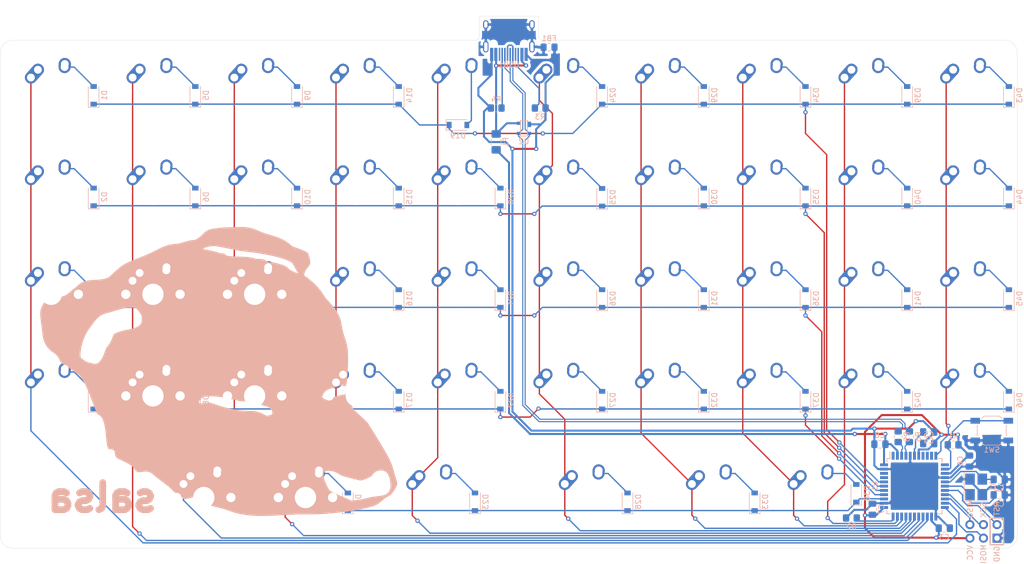
<source format=kicad_pcb>
(kicad_pcb (version 20171130) (host pcbnew "(5.1.12)-1")
  (layers (0 F.Cu signal) (31 B.Cu signal) (34 B.Paste user) (35 F.Paste user) (36 B.SilkS user) (37 F.SilkS user) (38 B.Mask user) (39 F.Mask user) (44 Edge.Cuts user))
  (net 0 "")
  (net 1 GND)
  (net 2 +5V)
  (net 3 "Net-(C4-Pad1)")
  (net 4 "Net-(D1-Pad2)")
  (net 5 ROW0)
  (net 6 "Net-(D2-Pad2)")
  (net 7 ROW1)
  (net 8 "Net-(D3-Pad2)")
  (net 9 ROW2)
  (net 10 "Net-(D4-Pad2)")
  (net 11 ROW3)
  (net 12 "Net-(D5-Pad2)")
  (net 13 "Net-(D6-Pad2)")
  (net 14 "Net-(D7-Pad2)")
  (net 15 "Net-(D8-Pad2)")
  (net 16 "Net-(D9-Pad2)")
  (net 17 "Net-(D10-Pad2)")
  (net 18 "Net-(D11-Pad2)")
  (net 19 "Net-(D12-Pad2)")
  (net 20 "Net-(D13-Pad2)")
  (net 21 ROW4)
  (net 22 "Net-(D14-Pad2)")
  (net 23 "Net-(D15-Pad2)")
  (net 24 "Net-(D16-Pad2)")
  (net 25 "Net-(D17-Pad2)")
  (net 26 "Net-(D18-Pad2)")
  (net 27 "Net-(D19-Pad2)")
  (net 28 "Net-(D20-Pad2)")
  (net 29 "Net-(D21-Pad2)")
  (net 30 "Net-(D22-Pad2)")
  (net 31 "Net-(D23-Pad2)")
  (net 32 "Net-(D24-Pad2)")
  (net 33 "Net-(D25-Pad2)")
  (net 34 "Net-(D26-Pad2)")
  (net 35 "Net-(D27-Pad2)")
  (net 36 "Net-(D28-Pad2)")
  (net 37 "Net-(D29-Pad2)")
  (net 38 "Net-(D30-Pad2)")
  (net 39 "Net-(D31-Pad2)")
  (net 40 "Net-(D32-Pad2)")
  (net 41 "Net-(D33-Pad2)")
  (net 42 "Net-(D34-Pad2)")
  (net 43 "Net-(D35-Pad2)")
  (net 44 "Net-(D36-Pad2)")
  (net 45 "Net-(D37-Pad2)")
  (net 46 "Net-(D38-Pad2)")
  (net 47 "Net-(D39-Pad2)")
  (net 48 "Net-(D40-Pad2)")
  (net 49 "Net-(D41-Pad2)")
  (net 50 "Net-(D42-Pad2)")
  (net 51 "Net-(D43-Pad2)")
  (net 52 "Net-(D44-Pad2)")
  (net 53 "Net-(D45-Pad2)")
  (net 54 "Net-(D46-Pad2)")
  (net 55 VCC)
  (net 56 COL0)
  (net 57 COL1)
  (net 58 COL2)
  (net 59 COL3)
  (net 60 COL4)
  (net 61 COL5)
  (net 62 COL6)
  (net 63 COL7)
  (net 64 COL8)
  (net 65 COL9)
  (net 66 D-)
  (net 67 D+)
  (net 68 "Net-(U1-Pad42)")
  (net 69 "Net-(U1-Pad12)")
  (net 70 "Net-(U1-Pad10)")
  (net 71 "Net-(U1-Pad8)")
  (net 72 "Net-(U1-Pad1)")
  (net 73 "Net-(C1-Pad1)")
  (net 74 "Net-(C2-Pad1)")
  (net 75 RST)
  (net 76 MOSI)
  (net 77 SCK)
  (net 78 MISO)
  (net 79 "Net-(R1-Pad2)")
  (net 80 "Net-(R2-Pad2)")
  (net 81 "Net-(R3-Pad1)")
  (net 82 "Net-(R4-Pad1)")
  (net 83 "Net-(USB1-Pad3)")
  (net 84 "Net-(USB1-Pad9)")
  (net 85 "Net-(U1-Pad41)")
  (net 86 "Net-(U1-Pad9)")
  (net 87 DN)
  (net 88 DP)
  (net 89 Earth)
  (module sasha:B.SilkS_layer1 (layer F.Cu) (at 49.657 71.501)
    (fp_text reference G*** hide)
    (fp_text value LOGO hide)
  )
  (module Inductor_SMD:L_0805_2012Metric_Pad1.15x1.40mm_HandSolder (layer B.Cu) (at 124.206 22.733 180)
    (fp_text reference FB1 (at 0 1.65) (layer B.SilkS) (effects (justify mirror)))
    (fp_text value 60@100MHz)
    (pad 2 smd roundrect (at 1.025 0 180) (size 1.15 1.4) (layers B.Cu B.Paste B.Mask) (roundrect_rratio 0.217391) (net 89 Earth))
    (pad 1 smd roundrect (at -1.025 0 180) (size 1.15 1.4) (layers B.Cu B.Paste B.Mask) (roundrect_rratio 0.217391) (net 1 GND))
  )
  (module MX_Alps_Hybrid:MX-1U-NoLED (layer F.Cu) (at 202.40625 88.10625)
    (fp_text reference MX46)
    (fp_text value MX-NoLED)
    (pad "" np_thru_hole circle (at 5.08 0 48.0996) (size 1.75 1.75) (drill 1.75) (layers *.Cu *.Mask))
    (pad "" np_thru_hole circle (at -5.08 0 48.0996) (size 1.75 1.75) (drill 1.75) (layers *.Cu *.Mask))
    (pad 1 thru_hole circle (at -2.5 -4) (size 2.25 2.25) (drill 1.47) (layers *.Cu B.Mask) (net 65 COL9))
    (pad "" np_thru_hole circle (at 0 0) (size 3.9878 3.9878) (drill 3.9878) (layers *.Cu *.Mask))
    (pad 1 thru_hole oval (at -3.81 -2.54 48.0996) (size 4.211556 2.25) (drill 1.47 (offset 0.980778 0)) (layers *.Cu B.Mask) (net 65 COL9))
    (pad 2 thru_hole circle (at 2.54 -5.08) (size 2.25 2.25) (drill 1.47) (layers *.Cu B.Mask) (net 54 "Net-(D46-Pad2)"))
    (pad 2 thru_hole oval (at 2.5 -4.5 86.0548) (size 2.831378 2.25) (drill 1.47 (offset 0.290689 0)) (layers *.Cu B.Mask) (net 54 "Net-(D46-Pad2)"))
  )
  (module MX_Alps_Hybrid:MX-1U-NoLED (layer F.Cu) (at 78.58125 107.15625)
    (fp_text reference MX18)
    (fp_text value MX-NoLED)
    (pad "" np_thru_hole circle (at 5.08 0 48.0996) (size 1.75 1.75) (drill 1.75) (layers *.Cu *.Mask))
    (pad "" np_thru_hole circle (at -5.08 0 48.0996) (size 1.75 1.75) (drill 1.75) (layers *.Cu *.Mask))
    (pad 1 thru_hole circle (at -2.5 -4) (size 2.25 2.25) (drill 1.47) (layers *.Cu B.Mask) (net 59 COL3))
    (pad "" np_thru_hole circle (at 0 0) (size 3.9878 3.9878) (drill 3.9878) (layers *.Cu *.Mask))
    (pad 1 thru_hole oval (at -3.81 -2.54 48.0996) (size 4.211556 2.25) (drill 1.47 (offset 0.980778 0)) (layers *.Cu B.Mask) (net 59 COL3))
    (pad 2 thru_hole circle (at 2.54 -5.08) (size 2.25 2.25) (drill 1.47) (layers *.Cu B.Mask) (net 26 "Net-(D18-Pad2)"))
    (pad 2 thru_hole oval (at 2.5 -4.5 86.0548) (size 2.831378 2.25) (drill 1.47 (offset 0.290689 0)) (layers *.Cu B.Mask) (net 26 "Net-(D18-Pad2)"))
  )
  (module MX_Alps_Hybrid:MX-1U-NoLED (layer F.Cu) (at 107.15625 30.95625)
    (fp_text reference MX19)
    (fp_text value MX-NoLED)
    (pad "" np_thru_hole circle (at 5.08 0 48.0996) (size 1.75 1.75) (drill 1.75) (layers *.Cu *.Mask))
    (pad "" np_thru_hole circle (at -5.08 0 48.0996) (size 1.75 1.75) (drill 1.75) (layers *.Cu *.Mask))
    (pad 1 thru_hole circle (at -2.5 -4) (size 2.25 2.25) (drill 1.47) (layers *.Cu B.Mask) (net 60 COL4))
    (pad "" np_thru_hole circle (at 0 0) (size 3.9878 3.9878) (drill 3.9878) (layers *.Cu *.Mask))
    (pad 1 thru_hole oval (at -3.81 -2.54 48.0996) (size 4.211556 2.25) (drill 1.47 (offset 0.980778 0)) (layers *.Cu B.Mask) (net 60 COL4))
    (pad 2 thru_hole circle (at 2.54 -5.08) (size 2.25 2.25) (drill 1.47) (layers *.Cu B.Mask) (net 27 "Net-(D19-Pad2)"))
    (pad 2 thru_hole oval (at 2.5 -4.5 86.0548) (size 2.831378 2.25) (drill 1.47 (offset 0.290689 0)) (layers *.Cu B.Mask) (net 27 "Net-(D19-Pad2)"))
  )
  (module MX_Alps_Hybrid:MX-1U-NoLED (layer F.Cu) (at 126.20625 30.95625)
    (fp_text reference MX24)
    (fp_text value MX-NoLED)
    (pad "" np_thru_hole circle (at 5.08 0 48.0996) (size 1.75 1.75) (drill 1.75) (layers *.Cu *.Mask))
    (pad "" np_thru_hole circle (at -5.08 0 48.0996) (size 1.75 1.75) (drill 1.75) (layers *.Cu *.Mask))
    (pad 1 thru_hole circle (at -2.5 -4) (size 2.25 2.25) (drill 1.47) (layers *.Cu B.Mask) (net 61 COL5))
    (pad "" np_thru_hole circle (at 0 0) (size 3.9878 3.9878) (drill 3.9878) (layers *.Cu *.Mask))
    (pad 1 thru_hole oval (at -3.81 -2.54 48.0996) (size 4.211556 2.25) (drill 1.47 (offset 0.980778 0)) (layers *.Cu B.Mask) (net 61 COL5))
    (pad 2 thru_hole circle (at 2.54 -5.08) (size 2.25 2.25) (drill 1.47) (layers *.Cu B.Mask) (net 32 "Net-(D24-Pad2)"))
    (pad 2 thru_hole oval (at 2.5 -4.5 86.0548) (size 2.831378 2.25) (drill 1.47 (offset 0.290689 0)) (layers *.Cu B.Mask) (net 32 "Net-(D24-Pad2)"))
  )
  (module MX_Alps_Hybrid:MX-1U-NoLED (layer F.Cu) (at 183.35625 88.10625)
    (fp_text reference MX42)
    (fp_text value MX-NoLED)
    (pad "" np_thru_hole circle (at 5.08 0 48.0996) (size 1.75 1.75) (drill 1.75) (layers *.Cu *.Mask))
    (pad "" np_thru_hole circle (at -5.08 0 48.0996) (size 1.75 1.75) (drill 1.75) (layers *.Cu *.Mask))
    (pad 1 thru_hole circle (at -2.5 -4) (size 2.25 2.25) (drill 1.47) (layers *.Cu B.Mask) (net 64 COL8))
    (pad "" np_thru_hole circle (at 0 0) (size 3.9878 3.9878) (drill 3.9878) (layers *.Cu *.Mask))
    (pad 1 thru_hole oval (at -3.81 -2.54 48.0996) (size 4.211556 2.25) (drill 1.47 (offset 0.980778 0)) (layers *.Cu B.Mask) (net 64 COL8))
    (pad 2 thru_hole circle (at 2.54 -5.08) (size 2.25 2.25) (drill 1.47) (layers *.Cu B.Mask) (net 50 "Net-(D42-Pad2)"))
    (pad 2 thru_hole oval (at 2.5 -4.5 86.0548) (size 2.831378 2.25) (drill 1.47 (offset 0.290689 0)) (layers *.Cu B.Mask) (net 50 "Net-(D42-Pad2)"))
  )
  (module MX_Alps_Hybrid:MX-1U-NoLED (layer F.Cu) (at 183.35625 30.95625)
    (fp_text reference MX39)
    (fp_text value MX-NoLED)
    (pad "" np_thru_hole circle (at 5.08 0 48.0996) (size 1.75 1.75) (drill 1.75) (layers *.Cu *.Mask))
    (pad "" np_thru_hole circle (at -5.08 0 48.0996) (size 1.75 1.75) (drill 1.75) (layers *.Cu *.Mask))
    (pad 1 thru_hole circle (at -2.5 -4) (size 2.25 2.25) (drill 1.47) (layers *.Cu B.Mask) (net 64 COL8))
    (pad "" np_thru_hole circle (at 0 0) (size 3.9878 3.9878) (drill 3.9878) (layers *.Cu *.Mask))
    (pad 1 thru_hole oval (at -3.81 -2.54 48.0996) (size 4.211556 2.25) (drill 1.47 (offset 0.980778 0)) (layers *.Cu B.Mask) (net 64 COL8))
    (pad 2 thru_hole circle (at 2.54 -5.08) (size 2.25 2.25) (drill 1.47) (layers *.Cu B.Mask) (net 47 "Net-(D39-Pad2)"))
    (pad 2 thru_hole oval (at 2.5 -4.5 86.0548) (size 2.831378 2.25) (drill 1.47 (offset 0.290689 0)) (layers *.Cu B.Mask) (net 47 "Net-(D39-Pad2)"))
  )
  (module Crystal:Crystal_SMD_3225-4Pin_3.2x2.5mm_HandSoldering (layer B.Cu) (at 204.216 105.156 90)
    (fp_text reference Y1 (at 0 3.05 90) (layer B.SilkS) (effects (justify mirror)))
    (fp_text value 16MHz)
    (pad 1 smd rect (at -1.45 -1.15 90) (size 2.1 1.8) (layers B.Cu B.Paste B.Mask) (net 73 "Net-(C1-Pad1)"))
    (pad 2 smd rect (at 1.45 -1.15 90) (size 2.1 1.8) (layers B.Cu B.Paste B.Mask) (net 1 GND))
    (pad 3 smd rect (at 1.45 1.15 90) (size 2.1 1.8) (layers B.Cu B.Paste B.Mask) (net 74 "Net-(C2-Pad1)"))
    (pad 4 smd rect (at -1.45 1.15 90) (size 2.1 1.8) (layers B.Cu B.Paste B.Mask) (net 1 GND))
  )
  (module Type-C:HRO-TYPE-C-31-M-12-HandSoldering (layer B.Cu) (at 116.68125 15.875)
    (fp_text reference USB1 (at 0 10.2) (layer B.SilkS) (effects (justify mirror)))
    (fp_text value HRO-TYPE-C-31-M-12)
    (pad 12 smd rect (at 3.225 8.195) (size 0.6 2.45) (layers B.Cu B.Paste B.Mask) (net 1 GND))
    (pad 1 smd rect (at -3.225 8.195) (size 0.6 2.45) (layers B.Cu B.Paste B.Mask) (net 1 GND))
    (pad 11 smd rect (at 2.45 8.195) (size 0.6 2.45) (layers B.Cu B.Paste B.Mask) (net 55 VCC))
    (pad 2 smd rect (at -2.45 8.195) (size 0.6 2.45) (layers B.Cu B.Paste B.Mask) (net 55 VCC))
    (pad 3 smd rect (at -1.75 8.195) (size 0.3 2.45) (layers B.Cu B.Paste B.Mask) (net 83 "Net-(USB1-Pad3)"))
    (pad 10 smd rect (at 1.75 8.195) (size 0.3 2.45) (layers B.Cu B.Paste B.Mask) (net 81 "Net-(R3-Pad1)"))
    (pad 4 smd rect (at -1.25 8.195) (size 0.3 2.45) (layers B.Cu B.Paste B.Mask) (net 82 "Net-(R4-Pad1)"))
    (pad 9 smd rect (at 1.25 8.195) (size 0.3 2.45) (layers B.Cu B.Paste B.Mask) (net 84 "Net-(USB1-Pad9)"))
    (pad 5 smd rect (at -0.75 8.195) (size 0.3 2.45) (layers B.Cu B.Paste B.Mask) (net 87 DN))
    (pad 8 smd rect (at 0.75 8.195) (size 0.3 2.45) (layers B.Cu B.Paste B.Mask) (net 88 DP))
    (pad 7 smd rect (at 0.25 8.195) (size 0.3 2.45) (layers B.Cu B.Paste B.Mask) (net 87 DN))
    (pad 6 smd rect (at -0.25 8.195) (size 0.3 2.45) (layers B.Cu B.Paste B.Mask) (net 88 DP))
    (pad "" np_thru_hole circle (at 2.89 6.25) (size 0.65 0.65) (drill 0.65) (layers *.Cu *.Mask))
    (pad "" np_thru_hole circle (at -2.89 6.25) (size 0.65 0.65) (drill 0.65) (layers *.Cu *.Mask))
    (pad 13 thru_hole oval (at -4.32 6.78) (size 1 2.1) (drill oval 0.6 1.7) (layers *.Cu F.Mask) (net 89 Earth))
    (pad 13 thru_hole oval (at 4.32 6.78) (size 1 2.1) (drill oval 0.6 1.7) (layers *.Cu F.Mask) (net 89 Earth))
    (pad 13 thru_hole oval (at -4.32 2.6) (size 1 1.6) (drill oval 0.6 1.2) (layers *.Cu F.Mask) (net 89 Earth))
    (pad 13 thru_hole oval (at 4.32 2.6) (size 1 1.6) (drill oval 0.6 1.2) (layers *.Cu F.Mask) (net 89 Earth))
  )
  (module random-keyboard-parts:SOT143B (layer B.Cu) (at 119.507 37.94125 180)
    (fp_text reference U2 (at 0 -2.45) (layer B.SilkS) (effects (justify mirror)))
    (fp_text value PRTR5V0U2X)
    (pad 3 smd rect (at 1 -0.95 270) (size 0.6 0.7) (layers B.Cu B.Paste B.Mask) (net 87 DN))
    (pad 2 smd rect (at -1 -0.95 270) (size 0.6 0.7) (layers B.Cu B.Paste B.Mask) (net 88 DP))
    (pad 4 smd rect (at 1 0.95 270) (size 0.6 0.7) (layers B.Cu B.Paste B.Mask) (net 55 VCC))
    (pad 1 smd rect (at -1 0.75 270) (size 1 0.7) (layers B.Cu B.Paste B.Mask) (net 1 GND))
  )
  (module Package_QFP:TQFP-44_10x10mm_P0.8mm (layer B.Cu) (at 192.659 105.029 270)
    (fp_text reference U1 (at 0 7.45 90) (layer B.SilkS) (effects (justify mirror)))
    (fp_text value ATmega32U4-AU)
    (pad 1 smd rect (at -5.7 4 270) (size 1.5 0.55) (layers B.Cu B.Paste B.Mask) (net 72 "Net-(U1-Pad1)"))
    (pad 2 smd rect (at -5.7 3.2 270) (size 1.5 0.55) (layers B.Cu B.Paste B.Mask) (net 2 +5V))
    (pad 3 smd rect (at -5.7 2.4 270) (size 1.5 0.55) (layers B.Cu B.Paste B.Mask) (net 66 D-))
    (pad 4 smd rect (at -5.7 1.6 270) (size 1.5 0.55) (layers B.Cu B.Paste B.Mask) (net 67 D+))
    (pad 5 smd rect (at -5.7 0.8 270) (size 1.5 0.55) (layers B.Cu B.Paste B.Mask) (net 1 GND))
    (pad 6 smd rect (at -5.7 0 270) (size 1.5 0.55) (layers B.Cu B.Paste B.Mask) (net 3 "Net-(C4-Pad1)"))
    (pad 7 smd rect (at -5.7 -0.8 270) (size 1.5 0.55) (layers B.Cu B.Paste B.Mask) (net 2 +5V))
    (pad 8 smd rect (at -5.7 -1.6 270) (size 1.5 0.55) (layers B.Cu B.Paste B.Mask) (net 71 "Net-(U1-Pad8)"))
    (pad 9 smd rect (at -5.7 -2.4 270) (size 1.5 0.55) (layers B.Cu B.Paste B.Mask) (net 86 "Net-(U1-Pad9)"))
    (pad 10 smd rect (at -5.7 -3.2 270) (size 1.5 0.55) (layers B.Cu B.Paste B.Mask) (net 70 "Net-(U1-Pad10)"))
    (pad 11 smd rect (at -5.7 -4 270) (size 1.5 0.55) (layers B.Cu B.Paste B.Mask) (net 65 COL9))
    (pad 12 smd rect (at -4 -5.7 180) (size 1.5 0.55) (layers B.Cu B.Paste B.Mask) (net 69 "Net-(U1-Pad12)"))
    (pad 13 smd rect (at -3.2 -5.7 180) (size 1.5 0.55) (layers B.Cu B.Paste B.Mask) (net 79 "Net-(R1-Pad2)"))
    (pad 14 smd rect (at -2.4 -5.7 180) (size 1.5 0.55) (layers B.Cu B.Paste B.Mask) (net 2 +5V))
    (pad 15 smd rect (at -1.6 -5.7 180) (size 1.5 0.55) (layers B.Cu B.Paste B.Mask) (net 1 GND))
    (pad 16 smd rect (at -0.8 -5.7 180) (size 1.5 0.55) (layers B.Cu B.Paste B.Mask) (net 74 "Net-(C2-Pad1)"))
    (pad 17 smd rect (at 0 -5.7 180) (size 1.5 0.55) (layers B.Cu B.Paste B.Mask) (net 73 "Net-(C1-Pad1)"))
    (pad 18 smd rect (at 0.8 -5.7 180) (size 1.5 0.55) (layers B.Cu B.Paste B.Mask) (net 75 RST))
    (pad 19 smd rect (at 1.6 -5.7 180) (size 1.5 0.55) (layers B.Cu B.Paste B.Mask) (net 77 SCK))
    (pad 20 smd rect (at 2.4 -5.7 180) (size 1.5 0.55) (layers B.Cu B.Paste B.Mask) (net 78 MISO))
    (pad 21 smd rect (at 3.2 -5.7 180) (size 1.5 0.55) (layers B.Cu B.Paste B.Mask) (net 76 MOSI))
    (pad 22 smd rect (at 4 -5.7 180) (size 1.5 0.55) (layers B.Cu B.Paste B.Mask) (net 56 COL0))
    (pad 23 smd rect (at 5.7 -4 270) (size 1.5 0.55) (layers B.Cu B.Paste B.Mask) (net 1 GND))
    (pad 24 smd rect (at 5.7 -3.2 270) (size 1.5 0.55) (layers B.Cu B.Paste B.Mask) (net 2 +5V))
    (pad 25 smd rect (at 5.7 -2.4 270) (size 1.5 0.55) (layers B.Cu B.Paste B.Mask) (net 57 COL1))
    (pad 26 smd rect (at 5.7 -1.6 270) (size 1.5 0.55) (layers B.Cu B.Paste B.Mask) (net 58 COL2))
    (pad 27 smd rect (at 5.7 -0.8 270) (size 1.5 0.55) (layers B.Cu B.Paste B.Mask) (net 59 COL3))
    (pad 28 smd rect (at 5.7 0 270) (size 1.5 0.55) (layers B.Cu B.Paste B.Mask) (net 60 COL4))
    (pad 29 smd rect (at 5.7 0.8 270) (size 1.5 0.55) (layers B.Cu B.Paste B.Mask) (net 61 COL5))
    (pad 30 smd rect (at 5.7 1.6 270) (size 1.5 0.55) (layers B.Cu B.Paste B.Mask) (net 62 COL6))
    (pad 31 smd rect (at 5.7 2.4 270) (size 1.5 0.55) (layers B.Cu B.Paste B.Mask) (net 63 COL7))
    (pad 32 smd rect (at 5.7 3.2 270) (size 1.5 0.55) (layers B.Cu B.Paste B.Mask) (net 64 COL8))
    (pad 33 smd rect (at 5.7 4 270) (size 1.5 0.55) (layers B.Cu B.Paste B.Mask) (net 80 "Net-(R2-Pad2)"))
    (pad 34 smd rect (at 4 5.7 180) (size 1.5 0.55) (layers B.Cu B.Paste B.Mask) (net 2 +5V))
    (pad 35 smd rect (at 3.2 5.7 180) (size 1.5 0.55) (layers B.Cu B.Paste B.Mask) (net 1 GND))
    (pad 36 smd rect (at 2.4 5.7 180) (size 1.5 0.55) (layers B.Cu B.Paste B.Mask) (net 21 ROW4))
    (pad 37 smd rect (at 1.6 5.7 180) (size 1.5 0.55) (layers B.Cu B.Paste B.Mask) (net 11 ROW3))
    (pad 38 smd rect (at 0.8 5.7 180) (size 1.5 0.55) (layers B.Cu B.Paste B.Mask) (net 9 ROW2))
    (pad 39 smd rect (at 0 5.7 180) (size 1.5 0.55) (layers B.Cu B.Paste B.Mask) (net 7 ROW1))
    (pad 40 smd rect (at -0.8 5.7 180) (size 1.5 0.55) (layers B.Cu B.Paste B.Mask) (net 5 ROW0))
    (pad 41 smd rect (at -1.6 5.7 180) (size 1.5 0.55) (layers B.Cu B.Paste B.Mask) (net 85 "Net-(U1-Pad41)"))
    (pad 42 smd rect (at -2.4 5.7 180) (size 1.5 0.55) (layers B.Cu B.Paste B.Mask) (net 68 "Net-(U1-Pad42)"))
    (pad 43 smd rect (at -3.2 5.7 180) (size 1.5 0.55) (layers B.Cu B.Paste B.Mask) (net 1 GND))
    (pad 44 smd rect (at -4 5.7 180) (size 1.5 0.55) (layers B.Cu B.Paste B.Mask) (net 2 +5V))
  )
  (module Button_Switch_SMD:SW_SPST_SKQG_WithStem (layer B.Cu) (at 207.137 94.615)
    (fp_text reference SW1 (at 0 3.6) (layer B.SilkS) (effects (justify mirror)))
    (fp_text value SW_Push)
    (pad 2 smd rect (at 3.1 -1.85) (size 1.8 1.1) (layers B.Cu B.Paste B.Mask) (net 79 "Net-(R1-Pad2)"))
    (pad 2 smd rect (at -3.1 -1.85) (size 1.8 1.1) (layers B.Cu B.Paste B.Mask) (net 79 "Net-(R1-Pad2)"))
    (pad 1 smd rect (at 3.1 1.85) (size 1.8 1.1) (layers B.Cu B.Paste B.Mask) (net 1 GND))
    (pad 1 smd rect (at -3.1 1.85) (size 1.8 1.1) (layers B.Cu B.Paste B.Mask) (net 1 GND))
  )
  (module Resistor_SMD:R_0805_2012Metric_Pad1.20x1.40mm_HandSolder (layer B.Cu) (at 191.707 95.758 90)
    (fp_text reference R6 (at 0 1.65 90) (layer B.SilkS) (effects (justify mirror)))
    (fp_text value 22)
    (pad 1 smd roundrect (at -1 0 90) (size 1.2 1.4) (layers B.Cu B.Paste B.Mask) (roundrect_rratio 0.208333) (net 67 D+))
    (pad 2 smd roundrect (at 1 0 90) (size 1.2 1.4) (layers B.Cu B.Paste B.Mask) (roundrect_rratio 0.208333) (net 88 DP))
  )
  (module Resistor_SMD:R_0805_2012Metric_Pad1.20x1.40mm_HandSolder (layer B.Cu) (at 189.611 95.758 90)
    (fp_text reference R5 (at 0 1.65 90) (layer B.SilkS) (effects (justify mirror)))
    (fp_text value 22)
    (pad 1 smd roundrect (at -1 0 90) (size 1.2 1.4) (layers B.Cu B.Paste B.Mask) (roundrect_rratio 0.208333) (net 66 D-))
    (pad 2 smd roundrect (at 1 0 90) (size 1.2 1.4) (layers B.Cu B.Paste B.Mask) (roundrect_rratio 0.208333) (net 87 DN))
  )
  (module Resistor_SMD:R_0805_2012Metric_Pad1.20x1.40mm_HandSolder (layer B.Cu) (at 114.3 34.13125 180)
    (fp_text reference R4 (at 0 1.65) (layer B.SilkS) (effects (justify mirror)))
    (fp_text value 5.1k)
    (pad 2 smd roundrect (at 1 0 180) (size 1.2 1.4) (layers B.Cu B.Paste B.Mask) (roundrect_rratio 0.208333) (net 1 GND))
    (pad 1 smd roundrect (at -1 0 180) (size 1.2 1.4) (layers B.Cu B.Paste B.Mask) (roundrect_rratio 0.208333) (net 82 "Net-(R4-Pad1)"))
  )
  (module Resistor_SMD:R_0805_2012Metric_Pad1.20x1.40mm_HandSolder (layer B.Cu) (at 122.555 34.13125)
    (fp_text reference R3 (at 0 1.65) (layer B.SilkS) (effects (justify mirror)))
    (fp_text value 5.1k)
    (pad 2 smd roundrect (at 1 0) (size 1.2 1.4) (layers B.Cu B.Paste B.Mask) (roundrect_rratio 0.208333) (net 1 GND))
    (pad 1 smd roundrect (at -1 0) (size 1.2 1.4) (layers B.Cu B.Paste B.Mask) (roundrect_rratio 0.208333) (net 81 "Net-(R3-Pad1)"))
  )
  (module Resistor_SMD:R_0805_2012Metric_Pad1.20x1.40mm_HandSolder (layer B.Cu) (at 180.848 110.998)
    (fp_text reference R2 (at 0 1.65) (layer B.SilkS) (effects (justify mirror)))
    (fp_text value 10k)
    (pad 1 smd roundrect (at -1 0) (size 1.2 1.4) (layers B.Cu B.Paste B.Mask) (roundrect_rratio 0.208333) (net 1 GND))
    (pad 2 smd roundrect (at 1 0) (size 1.2 1.4) (layers B.Cu B.Paste B.Mask) (roundrect_rratio 0.208333) (net 80 "Net-(R2-Pad2)"))
  )
  (module Resistor_SMD:R_0805_2012Metric_Pad1.20x1.40mm_HandSolder (layer B.Cu) (at 199.898 97.282 180)
    (fp_text reference R1 (at 0 1.65) (layer B.SilkS) (effects (justify mirror)))
    (fp_text value 10k)
    (pad 1 smd roundrect (at -1 0 180) (size 1.2 1.4) (layers B.Cu B.Paste B.Mask) (roundrect_rratio 0.208333) (net 2 +5V))
    (pad 2 smd roundrect (at 1 0 180) (size 1.2 1.4) (layers B.Cu B.Paste B.Mask) (roundrect_rratio 0.208333) (net 79 "Net-(R1-Pad2)"))
  )
  (module MX_Alps_Hybrid:MX-1U-NoLED (layer F.Cu) (at 202.40625 69.05625)
    (fp_text reference MX45)
    (fp_text value MX-NoLED)
    (pad "" np_thru_hole circle (at 5.08 0 48.0996) (size 1.75 1.75) (drill 1.75) (layers *.Cu *.Mask))
    (pad "" np_thru_hole circle (at -5.08 0 48.0996) (size 1.75 1.75) (drill 1.75) (layers *.Cu *.Mask))
    (pad 1 thru_hole circle (at -2.5 -4) (size 2.25 2.25) (drill 1.47) (layers *.Cu B.Mask) (net 65 COL9))
    (pad "" np_thru_hole circle (at 0 0) (size 3.9878 3.9878) (drill 3.9878) (layers *.Cu *.Mask))
    (pad 1 thru_hole oval (at -3.81 -2.54 48.0996) (size 4.211556 2.25) (drill 1.47 (offset 0.980778 0)) (layers *.Cu B.Mask) (net 65 COL9))
    (pad 2 thru_hole circle (at 2.54 -5.08) (size 2.25 2.25) (drill 1.47) (layers *.Cu B.Mask) (net 53 "Net-(D45-Pad2)"))
    (pad 2 thru_hole oval (at 2.5 -4.5 86.0548) (size 2.831378 2.25) (drill 1.47 (offset 0.290689 0)) (layers *.Cu B.Mask) (net 53 "Net-(D45-Pad2)"))
  )
  (module MX_Alps_Hybrid:MX-1U-NoLED (layer F.Cu) (at 202.40625 50.00625)
    (fp_text reference MX44)
    (fp_text value MX-NoLED)
    (pad "" np_thru_hole circle (at 5.08 0 48.0996) (size 1.75 1.75) (drill 1.75) (layers *.Cu *.Mask))
    (pad "" np_thru_hole circle (at -5.08 0 48.0996) (size 1.75 1.75) (drill 1.75) (layers *.Cu *.Mask))
    (pad 1 thru_hole circle (at -2.5 -4) (size 2.25 2.25) (drill 1.47) (layers *.Cu B.Mask) (net 65 COL9))
    (pad "" np_thru_hole circle (at 0 0) (size 3.9878 3.9878) (drill 3.9878) (layers *.Cu *.Mask))
    (pad 1 thru_hole oval (at -3.81 -2.54 48.0996) (size 4.211556 2.25) (drill 1.47 (offset 0.980778 0)) (layers *.Cu B.Mask) (net 65 COL9))
    (pad 2 thru_hole circle (at 2.54 -5.08) (size 2.25 2.25) (drill 1.47) (layers *.Cu B.Mask) (net 52 "Net-(D44-Pad2)"))
    (pad 2 thru_hole oval (at 2.5 -4.5 86.0548) (size 2.831378 2.25) (drill 1.47 (offset 0.290689 0)) (layers *.Cu B.Mask) (net 52 "Net-(D44-Pad2)"))
  )
  (module MX_Alps_Hybrid:MX-1U-NoLED (layer F.Cu) (at 202.40625 30.95625)
    (fp_text reference MX43)
    (fp_text value MX-NoLED)
    (pad "" np_thru_hole circle (at 5.08 0 48.0996) (size 1.75 1.75) (drill 1.75) (layers *.Cu *.Mask))
    (pad "" np_thru_hole circle (at -5.08 0 48.0996) (size 1.75 1.75) (drill 1.75) (layers *.Cu *.Mask))
    (pad 1 thru_hole circle (at -2.5 -4) (size 2.25 2.25) (drill 1.47) (layers *.Cu B.Mask) (net 65 COL9))
    (pad "" np_thru_hole circle (at 0 0) (size 3.9878 3.9878) (drill 3.9878) (layers *.Cu *.Mask))
    (pad 1 thru_hole oval (at -3.81 -2.54 48.0996) (size 4.211556 2.25) (drill 1.47 (offset 0.980778 0)) (layers *.Cu B.Mask) (net 65 COL9))
    (pad 2 thru_hole circle (at 2.54 -5.08) (size 2.25 2.25) (drill 1.47) (layers *.Cu B.Mask) (net 51 "Net-(D43-Pad2)"))
    (pad 2 thru_hole oval (at 2.5 -4.5 86.0548) (size 2.831378 2.25) (drill 1.47 (offset 0.290689 0)) (layers *.Cu B.Mask) (net 51 "Net-(D43-Pad2)"))
  )
  (module MX_Alps_Hybrid:MX-1U-NoLED (layer F.Cu) (at 183.35625 69.05625)
    (fp_text reference MX41)
    (fp_text value MX-NoLED)
    (pad "" np_thru_hole circle (at 5.08 0 48.0996) (size 1.75 1.75) (drill 1.75) (layers *.Cu *.Mask))
    (pad "" np_thru_hole circle (at -5.08 0 48.0996) (size 1.75 1.75) (drill 1.75) (layers *.Cu *.Mask))
    (pad 1 thru_hole circle (at -2.5 -4) (size 2.25 2.25) (drill 1.47) (layers *.Cu B.Mask) (net 64 COL8))
    (pad "" np_thru_hole circle (at 0 0) (size 3.9878 3.9878) (drill 3.9878) (layers *.Cu *.Mask))
    (pad 1 thru_hole oval (at -3.81 -2.54 48.0996) (size 4.211556 2.25) (drill 1.47 (offset 0.980778 0)) (layers *.Cu B.Mask) (net 64 COL8))
    (pad 2 thru_hole circle (at 2.54 -5.08) (size 2.25 2.25) (drill 1.47) (layers *.Cu B.Mask) (net 49 "Net-(D41-Pad2)"))
    (pad 2 thru_hole oval (at 2.5 -4.5 86.0548) (size 2.831378 2.25) (drill 1.47 (offset 0.290689 0)) (layers *.Cu B.Mask) (net 49 "Net-(D41-Pad2)"))
  )
  (module MX_Alps_Hybrid:MX-1U-NoLED (layer F.Cu) (at 183.35625 50.00625)
    (fp_text reference MX40)
    (fp_text value MX-NoLED)
    (pad "" np_thru_hole circle (at 5.08 0 48.0996) (size 1.75 1.75) (drill 1.75) (layers *.Cu *.Mask))
    (pad "" np_thru_hole circle (at -5.08 0 48.0996) (size 1.75 1.75) (drill 1.75) (layers *.Cu *.Mask))
    (pad 1 thru_hole circle (at -2.5 -4) (size 2.25 2.25) (drill 1.47) (layers *.Cu B.Mask) (net 64 COL8))
    (pad "" np_thru_hole circle (at 0 0) (size 3.9878 3.9878) (drill 3.9878) (layers *.Cu *.Mask))
    (pad 1 thru_hole oval (at -3.81 -2.54 48.0996) (size 4.211556 2.25) (drill 1.47 (offset 0.980778 0)) (layers *.Cu B.Mask) (net 64 COL8))
    (pad 2 thru_hole circle (at 2.54 -5.08) (size 2.25 2.25) (drill 1.47) (layers *.Cu B.Mask) (net 48 "Net-(D40-Pad2)"))
    (pad 2 thru_hole oval (at 2.5 -4.5 86.0548) (size 2.831378 2.25) (drill 1.47 (offset 0.290689 0)) (layers *.Cu B.Mask) (net 48 "Net-(D40-Pad2)"))
  )
  (module MX_Alps_Hybrid:MX-1U-NoLED (layer F.Cu) (at 173.83125 107.15625)
    (fp_text reference MX38)
    (fp_text value MX-NoLED)
    (pad "" np_thru_hole circle (at 5.08 0 48.0996) (size 1.75 1.75) (drill 1.75) (layers *.Cu *.Mask))
    (pad "" np_thru_hole circle (at -5.08 0 48.0996) (size 1.75 1.75) (drill 1.75) (layers *.Cu *.Mask))
    (pad 1 thru_hole circle (at -2.5 -4) (size 2.25 2.25) (drill 1.47) (layers *.Cu B.Mask) (net 63 COL7))
    (pad "" np_thru_hole circle (at 0 0) (size 3.9878 3.9878) (drill 3.9878) (layers *.Cu *.Mask))
    (pad 1 thru_hole oval (at -3.81 -2.54 48.0996) (size 4.211556 2.25) (drill 1.47 (offset 0.980778 0)) (layers *.Cu B.Mask) (net 63 COL7))
    (pad 2 thru_hole circle (at 2.54 -5.08) (size 2.25 2.25) (drill 1.47) (layers *.Cu B.Mask) (net 46 "Net-(D38-Pad2)"))
    (pad 2 thru_hole oval (at 2.5 -4.5 86.0548) (size 2.831378 2.25) (drill 1.47 (offset 0.290689 0)) (layers *.Cu B.Mask) (net 46 "Net-(D38-Pad2)"))
  )
  (module MX_Alps_Hybrid:MX-1U-NoLED (layer F.Cu) (at 164.30625 88.10625)
    (fp_text reference MX37)
    (fp_text value MX-NoLED)
    (pad "" np_thru_hole circle (at 5.08 0 48.0996) (size 1.75 1.75) (drill 1.75) (layers *.Cu *.Mask))
    (pad "" np_thru_hole circle (at -5.08 0 48.0996) (size 1.75 1.75) (drill 1.75) (layers *.Cu *.Mask))
    (pad 1 thru_hole circle (at -2.5 -4) (size 2.25 2.25) (drill 1.47) (layers *.Cu B.Mask) (net 63 COL7))
    (pad "" np_thru_hole circle (at 0 0) (size 3.9878 3.9878) (drill 3.9878) (layers *.Cu *.Mask))
    (pad 1 thru_hole oval (at -3.81 -2.54 48.0996) (size 4.211556 2.25) (drill 1.47 (offset 0.980778 0)) (layers *.Cu B.Mask) (net 63 COL7))
    (pad 2 thru_hole circle (at 2.54 -5.08) (size 2.25 2.25) (drill 1.47) (layers *.Cu B.Mask) (net 45 "Net-(D37-Pad2)"))
    (pad 2 thru_hole oval (at 2.5 -4.5 86.0548) (size 2.831378 2.25) (drill 1.47 (offset 0.290689 0)) (layers *.Cu B.Mask) (net 45 "Net-(D37-Pad2)"))
  )
  (module MX_Alps_Hybrid:MX-1U-NoLED (layer F.Cu) (at 164.30625 69.05625)
    (fp_text reference MX36)
    (fp_text value MX-NoLED)
    (pad "" np_thru_hole circle (at 5.08 0 48.0996) (size 1.75 1.75) (drill 1.75) (layers *.Cu *.Mask))
    (pad "" np_thru_hole circle (at -5.08 0 48.0996) (size 1.75 1.75) (drill 1.75) (layers *.Cu *.Mask))
    (pad 1 thru_hole circle (at -2.5 -4) (size 2.25 2.25) (drill 1.47) (layers *.Cu B.Mask) (net 63 COL7))
    (pad "" np_thru_hole circle (at 0 0) (size 3.9878 3.9878) (drill 3.9878) (layers *.Cu *.Mask))
    (pad 1 thru_hole oval (at -3.81 -2.54 48.0996) (size 4.211556 2.25) (drill 1.47 (offset 0.980778 0)) (layers *.Cu B.Mask) (net 63 COL7))
    (pad 2 thru_hole circle (at 2.54 -5.08) (size 2.25 2.25) (drill 1.47) (layers *.Cu B.Mask) (net 44 "Net-(D36-Pad2)"))
    (pad 2 thru_hole oval (at 2.5 -4.5 86.0548) (size 2.831378 2.25) (drill 1.47 (offset 0.290689 0)) (layers *.Cu B.Mask) (net 44 "Net-(D36-Pad2)"))
  )
  (module MX_Alps_Hybrid:MX-1U-NoLED (layer F.Cu) (at 164.30625 50.00625)
    (fp_text reference MX35)
    (fp_text value MX-NoLED)
    (pad "" np_thru_hole circle (at 5.08 0 48.0996) (size 1.75 1.75) (drill 1.75) (layers *.Cu *.Mask))
    (pad "" np_thru_hole circle (at -5.08 0 48.0996) (size 1.75 1.75) (drill 1.75) (layers *.Cu *.Mask))
    (pad 1 thru_hole circle (at -2.5 -4) (size 2.25 2.25) (drill 1.47) (layers *.Cu B.Mask) (net 63 COL7))
    (pad "" np_thru_hole circle (at 0 0) (size 3.9878 3.9878) (drill 3.9878) (layers *.Cu *.Mask))
    (pad 1 thru_hole oval (at -3.81 -2.54 48.0996) (size 4.211556 2.25) (drill 1.47 (offset 0.980778 0)) (layers *.Cu B.Mask) (net 63 COL7))
    (pad 2 thru_hole circle (at 2.54 -5.08) (size 2.25 2.25) (drill 1.47) (layers *.Cu B.Mask) (net 43 "Net-(D35-Pad2)"))
    (pad 2 thru_hole oval (at 2.5 -4.5 86.0548) (size 2.831378 2.25) (drill 1.47 (offset 0.290689 0)) (layers *.Cu B.Mask) (net 43 "Net-(D35-Pad2)"))
  )
  (module MX_Alps_Hybrid:MX-1U-NoLED (layer F.Cu) (at 164.30625 30.95625)
    (fp_text reference MX34)
    (fp_text value MX-NoLED)
    (pad "" np_thru_hole circle (at 5.08 0 48.0996) (size 1.75 1.75) (drill 1.75) (layers *.Cu *.Mask))
    (pad "" np_thru_hole circle (at -5.08 0 48.0996) (size 1.75 1.75) (drill 1.75) (layers *.Cu *.Mask))
    (pad 1 thru_hole circle (at -2.5 -4) (size 2.25 2.25) (drill 1.47) (layers *.Cu B.Mask) (net 63 COL7))
    (pad "" np_thru_hole circle (at 0 0) (size 3.9878 3.9878) (drill 3.9878) (layers *.Cu *.Mask))
    (pad 1 thru_hole oval (at -3.81 -2.54 48.0996) (size 4.211556 2.25) (drill 1.47 (offset 0.980778 0)) (layers *.Cu B.Mask) (net 63 COL7))
    (pad 2 thru_hole circle (at 2.54 -5.08) (size 2.25 2.25) (drill 1.47) (layers *.Cu B.Mask) (net 42 "Net-(D34-Pad2)"))
    (pad 2 thru_hole oval (at 2.5 -4.5 86.0548) (size 2.831378 2.25) (drill 1.47 (offset 0.290689 0)) (layers *.Cu B.Mask) (net 42 "Net-(D34-Pad2)"))
  )
  (module MX_Alps_Hybrid:MX-1U-NoLED (layer F.Cu) (at 154.78125 107.15625)
    (fp_text reference MX33)
    (fp_text value MX-NoLED)
    (pad "" np_thru_hole circle (at 5.08 0 48.0996) (size 1.75 1.75) (drill 1.75) (layers *.Cu *.Mask))
    (pad "" np_thru_hole circle (at -5.08 0 48.0996) (size 1.75 1.75) (drill 1.75) (layers *.Cu *.Mask))
    (pad 1 thru_hole circle (at -2.5 -4) (size 2.25 2.25) (drill 1.47) (layers *.Cu B.Mask) (net 62 COL6))
    (pad "" np_thru_hole circle (at 0 0) (size 3.9878 3.9878) (drill 3.9878) (layers *.Cu *.Mask))
    (pad 1 thru_hole oval (at -3.81 -2.54 48.0996) (size 4.211556 2.25) (drill 1.47 (offset 0.980778 0)) (layers *.Cu B.Mask) (net 62 COL6))
    (pad 2 thru_hole circle (at 2.54 -5.08) (size 2.25 2.25) (drill 1.47) (layers *.Cu B.Mask) (net 41 "Net-(D33-Pad2)"))
    (pad 2 thru_hole oval (at 2.5 -4.5 86.0548) (size 2.831378 2.25) (drill 1.47 (offset 0.290689 0)) (layers *.Cu B.Mask) (net 41 "Net-(D33-Pad2)"))
  )
  (module MX_Alps_Hybrid:MX-1U-NoLED (layer F.Cu) (at 145.25625 88.10625)
    (fp_text reference MX32)
    (fp_text value MX-NoLED)
    (pad "" np_thru_hole circle (at 5.08 0 48.0996) (size 1.75 1.75) (drill 1.75) (layers *.Cu *.Mask))
    (pad "" np_thru_hole circle (at -5.08 0 48.0996) (size 1.75 1.75) (drill 1.75) (layers *.Cu *.Mask))
    (pad 1 thru_hole circle (at -2.5 -4) (size 2.25 2.25) (drill 1.47) (layers *.Cu B.Mask) (net 62 COL6))
    (pad "" np_thru_hole circle (at 0 0) (size 3.9878 3.9878) (drill 3.9878) (layers *.Cu *.Mask))
    (pad 1 thru_hole oval (at -3.81 -2.54 48.0996) (size 4.211556 2.25) (drill 1.47 (offset 0.980778 0)) (layers *.Cu B.Mask) (net 62 COL6))
    (pad 2 thru_hole circle (at 2.54 -5.08) (size 2.25 2.25) (drill 1.47) (layers *.Cu B.Mask) (net 40 "Net-(D32-Pad2)"))
    (pad 2 thru_hole oval (at 2.5 -4.5 86.0548) (size 2.831378 2.25) (drill 1.47 (offset 0.290689 0)) (layers *.Cu B.Mask) (net 40 "Net-(D32-Pad2)"))
  )
  (module MX_Alps_Hybrid:MX-1U-NoLED (layer F.Cu) (at 145.25625 69.05625)
    (fp_text reference MX31)
    (fp_text value MX-NoLED)
    (pad "" np_thru_hole circle (at 5.08 0 48.0996) (size 1.75 1.75) (drill 1.75) (layers *.Cu *.Mask))
    (pad "" np_thru_hole circle (at -5.08 0 48.0996) (size 1.75 1.75) (drill 1.75) (layers *.Cu *.Mask))
    (pad 1 thru_hole circle (at -2.5 -4) (size 2.25 2.25) (drill 1.47) (layers *.Cu B.Mask) (net 62 COL6))
    (pad "" np_thru_hole circle (at 0 0) (size 3.9878 3.9878) (drill 3.9878) (layers *.Cu *.Mask))
    (pad 1 thru_hole oval (at -3.81 -2.54 48.0996) (size 4.211556 2.25) (drill 1.47 (offset 0.980778 0)) (layers *.Cu B.Mask) (net 62 COL6))
    (pad 2 thru_hole circle (at 2.54 -5.08) (size 2.25 2.25) (drill 1.47) (layers *.Cu B.Mask) (net 39 "Net-(D31-Pad2)"))
    (pad 2 thru_hole oval (at 2.5 -4.5 86.0548) (size 2.831378 2.25) (drill 1.47 (offset 0.290689 0)) (layers *.Cu B.Mask) (net 39 "Net-(D31-Pad2)"))
  )
  (module MX_Alps_Hybrid:MX-1U-NoLED (layer F.Cu) (at 145.25625 50.00625)
    (fp_text reference MX30)
    (fp_text value MX-NoLED)
    (pad "" np_thru_hole circle (at 5.08 0 48.0996) (size 1.75 1.75) (drill 1.75) (layers *.Cu *.Mask))
    (pad "" np_thru_hole circle (at -5.08 0 48.0996) (size 1.75 1.75) (drill 1.75) (layers *.Cu *.Mask))
    (pad 1 thru_hole circle (at -2.5 -4) (size 2.25 2.25) (drill 1.47) (layers *.Cu B.Mask) (net 62 COL6))
    (pad "" np_thru_hole circle (at 0 0) (size 3.9878 3.9878) (drill 3.9878) (layers *.Cu *.Mask))
    (pad 1 thru_hole oval (at -3.81 -2.54 48.0996) (size 4.211556 2.25) (drill 1.47 (offset 0.980778 0)) (layers *.Cu B.Mask) (net 62 COL6))
    (pad 2 thru_hole circle (at 2.54 -5.08) (size 2.25 2.25) (drill 1.47) (layers *.Cu B.Mask) (net 38 "Net-(D30-Pad2)"))
    (pad 2 thru_hole oval (at 2.5 -4.5 86.0548) (size 2.831378 2.25) (drill 1.47 (offset 0.290689 0)) (layers *.Cu B.Mask) (net 38 "Net-(D30-Pad2)"))
  )
  (module MX_Alps_Hybrid:MX-1U-NoLED (layer F.Cu) (at 145.25625 30.95625)
    (fp_text reference MX29)
    (fp_text value MX-NoLED)
    (pad "" np_thru_hole circle (at 5.08 0 48.0996) (size 1.75 1.75) (drill 1.75) (layers *.Cu *.Mask))
    (pad "" np_thru_hole circle (at -5.08 0 48.0996) (size 1.75 1.75) (drill 1.75) (layers *.Cu *.Mask))
    (pad 1 thru_hole circle (at -2.5 -4) (size 2.25 2.25) (drill 1.47) (layers *.Cu B.Mask) (net 62 COL6))
    (pad "" np_thru_hole circle (at 0 0) (size 3.9878 3.9878) (drill 3.9878) (layers *.Cu *.Mask))
    (pad 1 thru_hole oval (at -3.81 -2.54 48.0996) (size 4.211556 2.25) (drill 1.47 (offset 0.980778 0)) (layers *.Cu B.Mask) (net 62 COL6))
    (pad 2 thru_hole circle (at 2.54 -5.08) (size 2.25 2.25) (drill 1.47) (layers *.Cu B.Mask) (net 37 "Net-(D29-Pad2)"))
    (pad 2 thru_hole oval (at 2.5 -4.5 86.0548) (size 2.831378 2.25) (drill 1.47 (offset 0.290689 0)) (layers *.Cu B.Mask) (net 37 "Net-(D29-Pad2)"))
  )
  (module MX_Alps_Hybrid:MX-1.5U-NoLED (layer F.Cu) (at 130.96875 107.15625)
    (fp_text reference MX28)
    (fp_text value MX-NoLED)
    (pad "" np_thru_hole circle (at 5.08 0 48.0996) (size 1.75 1.75) (drill 1.75) (layers *.Cu *.Mask))
    (pad "" np_thru_hole circle (at -5.08 0 48.0996) (size 1.75 1.75) (drill 1.75) (layers *.Cu *.Mask))
    (pad 1 thru_hole circle (at -2.5 -4) (size 2.25 2.25) (drill 1.47) (layers *.Cu B.Mask) (net 61 COL5))
    (pad "" np_thru_hole circle (at 0 0) (size 3.9878 3.9878) (drill 3.9878) (layers *.Cu *.Mask))
    (pad 1 thru_hole oval (at -3.81 -2.54 48.0996) (size 4.211556 2.25) (drill 1.47 (offset 0.980778 0)) (layers *.Cu B.Mask) (net 61 COL5))
    (pad 2 thru_hole circle (at 2.54 -5.08) (size 2.25 2.25) (drill 1.47) (layers *.Cu B.Mask) (net 36 "Net-(D28-Pad2)"))
    (pad 2 thru_hole oval (at 2.5 -4.5 86.0548) (size 2.831378 2.25) (drill 1.47 (offset 0.290689 0)) (layers *.Cu B.Mask) (net 36 "Net-(D28-Pad2)"))
  )
  (module MX_Alps_Hybrid:MX-1U-NoLED (layer F.Cu) (at 126.20625 88.10625)
    (fp_text reference MX27)
    (fp_text value MX-NoLED)
    (pad "" np_thru_hole circle (at 5.08 0 48.0996) (size 1.75 1.75) (drill 1.75) (layers *.Cu *.Mask))
    (pad "" np_thru_hole circle (at -5.08 0 48.0996) (size 1.75 1.75) (drill 1.75) (layers *.Cu *.Mask))
    (pad 1 thru_hole circle (at -2.5 -4) (size 2.25 2.25) (drill 1.47) (layers *.Cu B.Mask) (net 61 COL5))
    (pad "" np_thru_hole circle (at 0 0) (size 3.9878 3.9878) (drill 3.9878) (layers *.Cu *.Mask))
    (pad 1 thru_hole oval (at -3.81 -2.54 48.0996) (size 4.211556 2.25) (drill 1.47 (offset 0.980778 0)) (layers *.Cu B.Mask) (net 61 COL5))
    (pad 2 thru_hole circle (at 2.54 -5.08) (size 2.25 2.25) (drill 1.47) (layers *.Cu B.Mask) (net 35 "Net-(D27-Pad2)"))
    (pad 2 thru_hole oval (at 2.5 -4.5 86.0548) (size 2.831378 2.25) (drill 1.47 (offset 0.290689 0)) (layers *.Cu B.Mask) (net 35 "Net-(D27-Pad2)"))
  )
  (module MX_Alps_Hybrid:MX-1U-NoLED (layer F.Cu) (at 126.20625 69.05625)
    (fp_text reference MX26)
    (fp_text value MX-NoLED)
    (pad "" np_thru_hole circle (at 5.08 0 48.0996) (size 1.75 1.75) (drill 1.75) (layers *.Cu *.Mask))
    (pad "" np_thru_hole circle (at -5.08 0 48.0996) (size 1.75 1.75) (drill 1.75) (layers *.Cu *.Mask))
    (pad 1 thru_hole circle (at -2.5 -4) (size 2.25 2.25) (drill 1.47) (layers *.Cu B.Mask) (net 61 COL5))
    (pad "" np_thru_hole circle (at 0 0) (size 3.9878 3.9878) (drill 3.9878) (layers *.Cu *.Mask))
    (pad 1 thru_hole oval (at -3.81 -2.54 48.0996) (size 4.211556 2.25) (drill 1.47 (offset 0.980778 0)) (layers *.Cu B.Mask) (net 61 COL5))
    (pad 2 thru_hole circle (at 2.54 -5.08) (size 2.25 2.25) (drill 1.47) (layers *.Cu B.Mask) (net 34 "Net-(D26-Pad2)"))
    (pad 2 thru_hole oval (at 2.5 -4.5 86.0548) (size 2.831378 2.25) (drill 1.47 (offset 0.290689 0)) (layers *.Cu B.Mask) (net 34 "Net-(D26-Pad2)"))
  )
  (module MX_Alps_Hybrid:MX-1U-NoLED (layer F.Cu) (at 126.20625 50.00625)
    (fp_text reference MX25)
    (fp_text value MX-NoLED)
    (pad "" np_thru_hole circle (at 5.08 0 48.0996) (size 1.75 1.75) (drill 1.75) (layers *.Cu *.Mask))
    (pad "" np_thru_hole circle (at -5.08 0 48.0996) (size 1.75 1.75) (drill 1.75) (layers *.Cu *.Mask))
    (pad 1 thru_hole circle (at -2.5 -4) (size 2.25 2.25) (drill 1.47) (layers *.Cu B.Mask) (net 61 COL5))
    (pad "" np_thru_hole circle (at 0 0) (size 3.9878 3.9878) (drill 3.9878) (layers *.Cu *.Mask))
    (pad 1 thru_hole oval (at -3.81 -2.54 48.0996) (size 4.211556 2.25) (drill 1.47 (offset 0.980778 0)) (layers *.Cu B.Mask) (net 61 COL5))
    (pad 2 thru_hole circle (at 2.54 -5.08) (size 2.25 2.25) (drill 1.47) (layers *.Cu B.Mask) (net 33 "Net-(D25-Pad2)"))
    (pad 2 thru_hole oval (at 2.5 -4.5 86.0548) (size 2.831378 2.25) (drill 1.47 (offset 0.290689 0)) (layers *.Cu B.Mask) (net 33 "Net-(D25-Pad2)"))
  )
  (module MX_Alps_Hybrid:MX-1.5U-NoLED (layer F.Cu) (at 102.39375 107.15625)
    (fp_text reference MX23)
    (fp_text value MX-NoLED)
    (pad "" np_thru_hole circle (at 5.08 0 48.0996) (size 1.75 1.75) (drill 1.75) (layers *.Cu *.Mask))
    (pad "" np_thru_hole circle (at -5.08 0 48.0996) (size 1.75 1.75) (drill 1.75) (layers *.Cu *.Mask))
    (pad 1 thru_hole circle (at -2.5 -4) (size 2.25 2.25) (drill 1.47) (layers *.Cu B.Mask) (net 60 COL4))
    (pad "" np_thru_hole circle (at 0 0) (size 3.9878 3.9878) (drill 3.9878) (layers *.Cu *.Mask))
    (pad 1 thru_hole oval (at -3.81 -2.54 48.0996) (size 4.211556 2.25) (drill 1.47 (offset 0.980778 0)) (layers *.Cu B.Mask) (net 60 COL4))
    (pad 2 thru_hole circle (at 2.54 -5.08) (size 2.25 2.25) (drill 1.47) (layers *.Cu B.Mask) (net 31 "Net-(D23-Pad2)"))
    (pad 2 thru_hole oval (at 2.5 -4.5 86.0548) (size 2.831378 2.25) (drill 1.47 (offset 0.290689 0)) (layers *.Cu B.Mask) (net 31 "Net-(D23-Pad2)"))
  )
  (module MX_Alps_Hybrid:MX-1U-NoLED (layer F.Cu) (at 107.15625 88.10625)
    (fp_text reference MX22)
    (fp_text value MX-NoLED)
    (pad "" np_thru_hole circle (at 5.08 0 48.0996) (size 1.75 1.75) (drill 1.75) (layers *.Cu *.Mask))
    (pad "" np_thru_hole circle (at -5.08 0 48.0996) (size 1.75 1.75) (drill 1.75) (layers *.Cu *.Mask))
    (pad 1 thru_hole circle (at -2.5 -4) (size 2.25 2.25) (drill 1.47) (layers *.Cu B.Mask) (net 60 COL4))
    (pad "" np_thru_hole circle (at 0 0) (size 3.9878 3.9878) (drill 3.9878) (layers *.Cu *.Mask))
    (pad 1 thru_hole oval (at -3.81 -2.54 48.0996) (size 4.211556 2.25) (drill 1.47 (offset 0.980778 0)) (layers *.Cu B.Mask) (net 60 COL4))
    (pad 2 thru_hole circle (at 2.54 -5.08) (size 2.25 2.25) (drill 1.47) (layers *.Cu B.Mask) (net 30 "Net-(D22-Pad2)"))
    (pad 2 thru_hole oval (at 2.5 -4.5 86.0548) (size 2.831378 2.25) (drill 1.47 (offset 0.290689 0)) (layers *.Cu B.Mask) (net 30 "Net-(D22-Pad2)"))
  )
  (module MX_Alps_Hybrid:MX-1U-NoLED (layer F.Cu) (at 107.15625 69.05625)
    (fp_text reference MX21)
    (fp_text value MX-NoLED)
    (pad "" np_thru_hole circle (at 5.08 0 48.0996) (size 1.75 1.75) (drill 1.75) (layers *.Cu *.Mask))
    (pad "" np_thru_hole circle (at -5.08 0 48.0996) (size 1.75 1.75) (drill 1.75) (layers *.Cu *.Mask))
    (pad 1 thru_hole circle (at -2.5 -4) (size 2.25 2.25) (drill 1.47) (layers *.Cu B.Mask) (net 60 COL4))
    (pad "" np_thru_hole circle (at 0 0) (size 3.9878 3.9878) (drill 3.9878) (layers *.Cu *.Mask))
    (pad 1 thru_hole oval (at -3.81 -2.54 48.0996) (size 4.211556 2.25) (drill 1.47 (offset 0.980778 0)) (layers *.Cu B.Mask) (net 60 COL4))
    (pad 2 thru_hole circle (at 2.54 -5.08) (size 2.25 2.25) (drill 1.47) (layers *.Cu B.Mask) (net 29 "Net-(D21-Pad2)"))
    (pad 2 thru_hole oval (at 2.5 -4.5 86.0548) (size 2.831378 2.25) (drill 1.47 (offset 0.290689 0)) (layers *.Cu B.Mask) (net 29 "Net-(D21-Pad2)"))
  )
  (module MX_Alps_Hybrid:MX-1U-NoLED (layer F.Cu) (at 107.15625 50.00625)
    (fp_text reference MX20)
    (fp_text value MX-NoLED)
    (pad "" np_thru_hole circle (at 5.08 0 48.0996) (size 1.75 1.75) (drill 1.75) (layers *.Cu *.Mask))
    (pad "" np_thru_hole circle (at -5.08 0 48.0996) (size 1.75 1.75) (drill 1.75) (layers *.Cu *.Mask))
    (pad 1 thru_hole circle (at -2.5 -4) (size 2.25 2.25) (drill 1.47) (layers *.Cu B.Mask) (net 60 COL4))
    (pad "" np_thru_hole circle (at 0 0) (size 3.9878 3.9878) (drill 3.9878) (layers *.Cu *.Mask))
    (pad 1 thru_hole oval (at -3.81 -2.54 48.0996) (size 4.211556 2.25) (drill 1.47 (offset 0.980778 0)) (layers *.Cu B.Mask) (net 60 COL4))
    (pad 2 thru_hole circle (at 2.54 -5.08) (size 2.25 2.25) (drill 1.47) (layers *.Cu B.Mask) (net 28 "Net-(D20-Pad2)"))
    (pad 2 thru_hole oval (at 2.5 -4.5 86.0548) (size 2.831378 2.25) (drill 1.47 (offset 0.290689 0)) (layers *.Cu B.Mask) (net 28 "Net-(D20-Pad2)"))
  )
  (module MX_Alps_Hybrid:MX-1U-NoLED (layer F.Cu) (at 88.10625 88.10625)
    (fp_text reference MX17)
    (fp_text value MX-NoLED)
    (pad "" np_thru_hole circle (at 5.08 0 48.0996) (size 1.75 1.75) (drill 1.75) (layers *.Cu *.Mask))
    (pad "" np_thru_hole circle (at -5.08 0 48.0996) (size 1.75 1.75) (drill 1.75) (layers *.Cu *.Mask))
    (pad 1 thru_hole circle (at -2.5 -4) (size 2.25 2.25) (drill 1.47) (layers *.Cu B.Mask) (net 59 COL3))
    (pad "" np_thru_hole circle (at 0 0) (size 3.9878 3.9878) (drill 3.9878) (layers *.Cu *.Mask))
    (pad 1 thru_hole oval (at -3.81 -2.54 48.0996) (size 4.211556 2.25) (drill 1.47 (offset 0.980778 0)) (layers *.Cu B.Mask) (net 59 COL3))
    (pad 2 thru_hole circle (at 2.54 -5.08) (size 2.25 2.25) (drill 1.47) (layers *.Cu B.Mask) (net 25 "Net-(D17-Pad2)"))
    (pad 2 thru_hole oval (at 2.5 -4.5 86.0548) (size 2.831378 2.25) (drill 1.47 (offset 0.290689 0)) (layers *.Cu B.Mask) (net 25 "Net-(D17-Pad2)"))
  )
  (module MX_Alps_Hybrid:MX-1U-NoLED (layer F.Cu) (at 88.10625 69.05625)
    (fp_text reference MX16)
    (fp_text value MX-NoLED)
    (pad "" np_thru_hole circle (at 5.08 0 48.0996) (size 1.75 1.75) (drill 1.75) (layers *.Cu *.Mask))
    (pad "" np_thru_hole circle (at -5.08 0 48.0996) (size 1.75 1.75) (drill 1.75) (layers *.Cu *.Mask))
    (pad 1 thru_hole circle (at -2.5 -4) (size 2.25 2.25) (drill 1.47) (layers *.Cu B.Mask) (net 59 COL3))
    (pad "" np_thru_hole circle (at 0 0) (size 3.9878 3.9878) (drill 3.9878) (layers *.Cu *.Mask))
    (pad 1 thru_hole oval (at -3.81 -2.54 48.0996) (size 4.211556 2.25) (drill 1.47 (offset 0.980778 0)) (layers *.Cu B.Mask) (net 59 COL3))
    (pad 2 thru_hole circle (at 2.54 -5.08) (size 2.25 2.25) (drill 1.47) (layers *.Cu B.Mask) (net 24 "Net-(D16-Pad2)"))
    (pad 2 thru_hole oval (at 2.5 -4.5 86.0548) (size 2.831378 2.25) (drill 1.47 (offset 0.290689 0)) (layers *.Cu B.Mask) (net 24 "Net-(D16-Pad2)"))
  )
  (module MX_Alps_Hybrid:MX-1U-NoLED (layer F.Cu) (at 88.10625 50.00625)
    (fp_text reference MX15)
    (fp_text value MX-NoLED)
    (pad "" np_thru_hole circle (at 5.08 0 48.0996) (size 1.75 1.75) (drill 1.75) (layers *.Cu *.Mask))
    (pad "" np_thru_hole circle (at -5.08 0 48.0996) (size 1.75 1.75) (drill 1.75) (layers *.Cu *.Mask))
    (pad 1 thru_hole circle (at -2.5 -4) (size 2.25 2.25) (drill 1.47) (layers *.Cu B.Mask) (net 59 COL3))
    (pad "" np_thru_hole circle (at 0 0) (size 3.9878 3.9878) (drill 3.9878) (layers *.Cu *.Mask))
    (pad 1 thru_hole oval (at -3.81 -2.54 48.0996) (size 4.211556 2.25) (drill 1.47 (offset 0.980778 0)) (layers *.Cu B.Mask) (net 59 COL3))
    (pad 2 thru_hole circle (at 2.54 -5.08) (size 2.25 2.25) (drill 1.47) (layers *.Cu B.Mask) (net 23 "Net-(D15-Pad2)"))
    (pad 2 thru_hole oval (at 2.5 -4.5 86.0548) (size 2.831378 2.25) (drill 1.47 (offset 0.290689 0)) (layers *.Cu B.Mask) (net 23 "Net-(D15-Pad2)"))
  )
  (module MX_Alps_Hybrid:MX-1U-NoLED (layer F.Cu) (at 88.10625 30.95625)
    (fp_text reference MX14)
    (fp_text value MX-NoLED)
    (pad "" np_thru_hole circle (at 5.08 0 48.0996) (size 1.75 1.75) (drill 1.75) (layers *.Cu *.Mask))
    (pad "" np_thru_hole circle (at -5.08 0 48.0996) (size 1.75 1.75) (drill 1.75) (layers *.Cu *.Mask))
    (pad 1 thru_hole circle (at -2.5 -4) (size 2.25 2.25) (drill 1.47) (layers *.Cu B.Mask) (net 59 COL3))
    (pad "" np_thru_hole circle (at 0 0) (size 3.9878 3.9878) (drill 3.9878) (layers *.Cu *.Mask))
    (pad 1 thru_hole oval (at -3.81 -2.54 48.0996) (size 4.211556 2.25) (drill 1.47 (offset 0.980778 0)) (layers *.Cu B.Mask) (net 59 COL3))
    (pad 2 thru_hole circle (at 2.54 -5.08) (size 2.25 2.25) (drill 1.47) (layers *.Cu B.Mask) (net 22 "Net-(D14-Pad2)"))
    (pad 2 thru_hole oval (at 2.5 -4.5 86.0548) (size 2.831378 2.25) (drill 1.47 (offset 0.290689 0)) (layers *.Cu B.Mask) (net 22 "Net-(D14-Pad2)"))
  )
  (module MX_Alps_Hybrid:MX-1U-NoLED (layer F.Cu) (at 59.53125 107.15625)
    (fp_text reference MX13)
    (fp_text value MX-NoLED)
    (pad "" np_thru_hole circle (at 5.08 0 48.0996) (size 1.75 1.75) (drill 1.75) (layers *.Cu *.Mask))
    (pad "" np_thru_hole circle (at -5.08 0 48.0996) (size 1.75 1.75) (drill 1.75) (layers *.Cu *.Mask))
    (pad 1 thru_hole circle (at -2.5 -4) (size 2.25 2.25) (drill 1.47) (layers *.Cu B.Mask) (net 58 COL2))
    (pad "" np_thru_hole circle (at 0 0) (size 3.9878 3.9878) (drill 3.9878) (layers *.Cu *.Mask))
    (pad 1 thru_hole oval (at -3.81 -2.54 48.0996) (size 4.211556 2.25) (drill 1.47 (offset 0.980778 0)) (layers *.Cu B.Mask) (net 58 COL2))
    (pad 2 thru_hole circle (at 2.54 -5.08) (size 2.25 2.25) (drill 1.47) (layers *.Cu B.Mask) (net 20 "Net-(D13-Pad2)"))
    (pad 2 thru_hole oval (at 2.5 -4.5 86.0548) (size 2.831378 2.25) (drill 1.47 (offset 0.290689 0)) (layers *.Cu B.Mask) (net 20 "Net-(D13-Pad2)"))
  )
  (module MX_Alps_Hybrid:MX-1U-NoLED (layer F.Cu) (at 69.05625 88.10625)
    (fp_text reference MX12)
    (fp_text value MX-NoLED)
    (pad "" np_thru_hole circle (at 5.08 0 48.0996) (size 1.75 1.75) (drill 1.75) (layers *.Cu *.Mask))
    (pad "" np_thru_hole circle (at -5.08 0 48.0996) (size 1.75 1.75) (drill 1.75) (layers *.Cu *.Mask))
    (pad 1 thru_hole circle (at -2.5 -4) (size 2.25 2.25) (drill 1.47) (layers *.Cu B.Mask) (net 58 COL2))
    (pad "" np_thru_hole circle (at 0 0) (size 3.9878 3.9878) (drill 3.9878) (layers *.Cu *.Mask))
    (pad 1 thru_hole oval (at -3.81 -2.54 48.0996) (size 4.211556 2.25) (drill 1.47 (offset 0.980778 0)) (layers *.Cu B.Mask) (net 58 COL2))
    (pad 2 thru_hole circle (at 2.54 -5.08) (size 2.25 2.25) (drill 1.47) (layers *.Cu B.Mask) (net 19 "Net-(D12-Pad2)"))
    (pad 2 thru_hole oval (at 2.5 -4.5 86.0548) (size 2.831378 2.25) (drill 1.47 (offset 0.290689 0)) (layers *.Cu B.Mask) (net 19 "Net-(D12-Pad2)"))
  )
  (module MX_Alps_Hybrid:MX-1U-NoLED (layer F.Cu) (at 69.05625 69.05625)
    (fp_text reference MX11)
    (fp_text value MX-NoLED)
    (pad "" np_thru_hole circle (at 5.08 0 48.0996) (size 1.75 1.75) (drill 1.75) (layers *.Cu *.Mask))
    (pad "" np_thru_hole circle (at -5.08 0 48.0996) (size 1.75 1.75) (drill 1.75) (layers *.Cu *.Mask))
    (pad 1 thru_hole circle (at -2.5 -4) (size 2.25 2.25) (drill 1.47) (layers *.Cu B.Mask) (net 58 COL2))
    (pad "" np_thru_hole circle (at 0 0) (size 3.9878 3.9878) (drill 3.9878) (layers *.Cu *.Mask))
    (pad 1 thru_hole oval (at -3.81 -2.54 48.0996) (size 4.211556 2.25) (drill 1.47 (offset 0.980778 0)) (layers *.Cu B.Mask) (net 58 COL2))
    (pad 2 thru_hole circle (at 2.54 -5.08) (size 2.25 2.25) (drill 1.47) (layers *.Cu B.Mask) (net 18 "Net-(D11-Pad2)"))
    (pad 2 thru_hole oval (at 2.5 -4.5 86.0548) (size 2.831378 2.25) (drill 1.47 (offset 0.290689 0)) (layers *.Cu B.Mask) (net 18 "Net-(D11-Pad2)"))
  )
  (module MX_Alps_Hybrid:MX-1U-NoLED (layer F.Cu) (at 69.05625 50.00625)
    (fp_text reference MX10)
    (fp_text value MX-NoLED)
    (pad "" np_thru_hole circle (at 5.08 0 48.0996) (size 1.75 1.75) (drill 1.75) (layers *.Cu *.Mask))
    (pad "" np_thru_hole circle (at -5.08 0 48.0996) (size 1.75 1.75) (drill 1.75) (layers *.Cu *.Mask))
    (pad 1 thru_hole circle (at -2.5 -4) (size 2.25 2.25) (drill 1.47) (layers *.Cu B.Mask) (net 58 COL2))
    (pad "" np_thru_hole circle (at 0 0) (size 3.9878 3.9878) (drill 3.9878) (layers *.Cu *.Mask))
    (pad 1 thru_hole oval (at -3.81 -2.54 48.0996) (size 4.211556 2.25) (drill 1.47 (offset 0.980778 0)) (layers *.Cu B.Mask) (net 58 COL2))
    (pad 2 thru_hole circle (at 2.54 -5.08) (size 2.25 2.25) (drill 1.47) (layers *.Cu B.Mask) (net 17 "Net-(D10-Pad2)"))
    (pad 2 thru_hole oval (at 2.5 -4.5 86.0548) (size 2.831378 2.25) (drill 1.47 (offset 0.290689 0)) (layers *.Cu B.Mask) (net 17 "Net-(D10-Pad2)"))
  )
  (module MX_Alps_Hybrid:MX-1U-NoLED (layer F.Cu) (at 69.05625 30.95625)
    (fp_text reference MX9)
    (fp_text value MX-NoLED)
    (pad "" np_thru_hole circle (at 5.08 0 48.0996) (size 1.75 1.75) (drill 1.75) (layers *.Cu *.Mask))
    (pad "" np_thru_hole circle (at -5.08 0 48.0996) (size 1.75 1.75) (drill 1.75) (layers *.Cu *.Mask))
    (pad 1 thru_hole circle (at -2.5 -4) (size 2.25 2.25) (drill 1.47) (layers *.Cu B.Mask) (net 58 COL2))
    (pad "" np_thru_hole circle (at 0 0) (size 3.9878 3.9878) (drill 3.9878) (layers *.Cu *.Mask))
    (pad 1 thru_hole oval (at -3.81 -2.54 48.0996) (size 4.211556 2.25) (drill 1.47 (offset 0.980778 0)) (layers *.Cu B.Mask) (net 58 COL2))
    (pad 2 thru_hole circle (at 2.54 -5.08) (size 2.25 2.25) (drill 1.47) (layers *.Cu B.Mask) (net 16 "Net-(D9-Pad2)"))
    (pad 2 thru_hole oval (at 2.5 -4.5 86.0548) (size 2.831378 2.25) (drill 1.47 (offset 0.290689 0)) (layers *.Cu B.Mask) (net 16 "Net-(D9-Pad2)"))
  )
  (module MX_Alps_Hybrid:MX-1U-NoLED (layer F.Cu) (at 50.00625 88.10625)
    (fp_text reference MX8)
    (fp_text value MX-NoLED)
    (pad "" np_thru_hole circle (at 5.08 0 48.0996) (size 1.75 1.75) (drill 1.75) (layers *.Cu *.Mask))
    (pad "" np_thru_hole circle (at -5.08 0 48.0996) (size 1.75 1.75) (drill 1.75) (layers *.Cu *.Mask))
    (pad 1 thru_hole circle (at -2.5 -4) (size 2.25 2.25) (drill 1.47) (layers *.Cu B.Mask) (net 57 COL1))
    (pad "" np_thru_hole circle (at 0 0) (size 3.9878 3.9878) (drill 3.9878) (layers *.Cu *.Mask))
    (pad 1 thru_hole oval (at -3.81 -2.54 48.0996) (size 4.211556 2.25) (drill 1.47 (offset 0.980778 0)) (layers *.Cu B.Mask) (net 57 COL1))
    (pad 2 thru_hole circle (at 2.54 -5.08) (size 2.25 2.25) (drill 1.47) (layers *.Cu B.Mask) (net 15 "Net-(D8-Pad2)"))
    (pad 2 thru_hole oval (at 2.5 -4.5 86.0548) (size 2.831378 2.25) (drill 1.47 (offset 0.290689 0)) (layers *.Cu B.Mask) (net 15 "Net-(D8-Pad2)"))
  )
  (module MX_Alps_Hybrid:MX-1U-NoLED (layer F.Cu) (at 50.00625 69.05625)
    (fp_text reference MX7)
    (fp_text value MX-NoLED)
    (pad "" np_thru_hole circle (at 5.08 0 48.0996) (size 1.75 1.75) (drill 1.75) (layers *.Cu *.Mask))
    (pad "" np_thru_hole circle (at -5.08 0 48.0996) (size 1.75 1.75) (drill 1.75) (layers *.Cu *.Mask))
    (pad 1 thru_hole circle (at -2.5 -4) (size 2.25 2.25) (drill 1.47) (layers *.Cu B.Mask) (net 57 COL1))
    (pad "" np_thru_hole circle (at 0 0) (size 3.9878 3.9878) (drill 3.9878) (layers *.Cu *.Mask))
    (pad 1 thru_hole oval (at -3.81 -2.54 48.0996) (size 4.211556 2.25) (drill 1.47 (offset 0.980778 0)) (layers *.Cu B.Mask) (net 57 COL1))
    (pad 2 thru_hole circle (at 2.54 -5.08) (size 2.25 2.25) (drill 1.47) (layers *.Cu B.Mask) (net 14 "Net-(D7-Pad2)"))
    (pad 2 thru_hole oval (at 2.5 -4.5 86.0548) (size 2.831378 2.25) (drill 1.47 (offset 0.290689 0)) (layers *.Cu B.Mask) (net 14 "Net-(D7-Pad2)"))
  )
  (module MX_Alps_Hybrid:MX-1U-NoLED (layer F.Cu) (at 50.00625 50.00625)
    (fp_text reference MX6)
    (fp_text value MX-NoLED)
    (pad "" np_thru_hole circle (at 5.08 0 48.0996) (size 1.75 1.75) (drill 1.75) (layers *.Cu *.Mask))
    (pad "" np_thru_hole circle (at -5.08 0 48.0996) (size 1.75 1.75) (drill 1.75) (layers *.Cu *.Mask))
    (pad 1 thru_hole circle (at -2.5 -4) (size 2.25 2.25) (drill 1.47) (layers *.Cu B.Mask) (net 57 COL1))
    (pad "" np_thru_hole circle (at 0 0) (size 3.9878 3.9878) (drill 3.9878) (layers *.Cu *.Mask))
    (pad 1 thru_hole oval (at -3.81 -2.54 48.0996) (size 4.211556 2.25) (drill 1.47 (offset 0.980778 0)) (layers *.Cu B.Mask) (net 57 COL1))
    (pad 2 thru_hole circle (at 2.54 -5.08) (size 2.25 2.25) (drill 1.47) (layers *.Cu B.Mask) (net 13 "Net-(D6-Pad2)"))
    (pad 2 thru_hole oval (at 2.5 -4.5 86.0548) (size 2.831378 2.25) (drill 1.47 (offset 0.290689 0)) (layers *.Cu B.Mask) (net 13 "Net-(D6-Pad2)"))
  )
  (module MX_Alps_Hybrid:MX-1U-NoLED (layer F.Cu) (at 50.00625 30.95625)
    (fp_text reference MX5)
    (fp_text value MX-NoLED)
    (pad "" np_thru_hole circle (at 5.08 0 48.0996) (size 1.75 1.75) (drill 1.75) (layers *.Cu *.Mask))
    (pad "" np_thru_hole circle (at -5.08 0 48.0996) (size 1.75 1.75) (drill 1.75) (layers *.Cu *.Mask))
    (pad 1 thru_hole circle (at -2.5 -4) (size 2.25 2.25) (drill 1.47) (layers *.Cu B.Mask) (net 57 COL1))
    (pad "" np_thru_hole circle (at 0 0) (size 3.9878 3.9878) (drill 3.9878) (layers *.Cu *.Mask))
    (pad 1 thru_hole oval (at -3.81 -2.54 48.0996) (size 4.211556 2.25) (drill 1.47 (offset 0.980778 0)) (layers *.Cu B.Mask) (net 57 COL1))
    (pad 2 thru_hole circle (at 2.54 -5.08) (size 2.25 2.25) (drill 1.47) (layers *.Cu B.Mask) (net 12 "Net-(D5-Pad2)"))
    (pad 2 thru_hole oval (at 2.5 -4.5 86.0548) (size 2.831378 2.25) (drill 1.47 (offset 0.290689 0)) (layers *.Cu B.Mask) (net 12 "Net-(D5-Pad2)"))
  )
  (module MX_Alps_Hybrid:MX-1U-NoLED (layer F.Cu) (at 30.95625 88.10625)
    (fp_text reference MX4)
    (fp_text value MX-NoLED)
    (pad "" np_thru_hole circle (at 5.08 0 48.0996) (size 1.75 1.75) (drill 1.75) (layers *.Cu *.Mask))
    (pad "" np_thru_hole circle (at -5.08 0 48.0996) (size 1.75 1.75) (drill 1.75) (layers *.Cu *.Mask))
    (pad 1 thru_hole circle (at -2.5 -4) (size 2.25 2.25) (drill 1.47) (layers *.Cu B.Mask) (net 56 COL0))
    (pad "" np_thru_hole circle (at 0 0) (size 3.9878 3.9878) (drill 3.9878) (layers *.Cu *.Mask))
    (pad 1 thru_hole oval (at -3.81 -2.54 48.0996) (size 4.211556 2.25) (drill 1.47 (offset 0.980778 0)) (layers *.Cu B.Mask) (net 56 COL0))
    (pad 2 thru_hole circle (at 2.54 -5.08) (size 2.25 2.25) (drill 1.47) (layers *.Cu B.Mask) (net 10 "Net-(D4-Pad2)"))
    (pad 2 thru_hole oval (at 2.5 -4.5 86.0548) (size 2.831378 2.25) (drill 1.47 (offset 0.290689 0)) (layers *.Cu B.Mask) (net 10 "Net-(D4-Pad2)"))
  )
  (module MX_Alps_Hybrid:MX-1U-NoLED (layer F.Cu) (at 30.95625 69.05625)
    (fp_text reference MX3)
    (fp_text value MX-NoLED)
    (pad "" np_thru_hole circle (at 5.08 0 48.0996) (size 1.75 1.75) (drill 1.75) (layers *.Cu *.Mask))
    (pad "" np_thru_hole circle (at -5.08 0 48.0996) (size 1.75 1.75) (drill 1.75) (layers *.Cu *.Mask))
    (pad 1 thru_hole circle (at -2.5 -4) (size 2.25 2.25) (drill 1.47) (layers *.Cu B.Mask) (net 56 COL0))
    (pad "" np_thru_hole circle (at 0 0) (size 3.9878 3.9878) (drill 3.9878) (layers *.Cu *.Mask))
    (pad 1 thru_hole oval (at -3.81 -2.54 48.0996) (size 4.211556 2.25) (drill 1.47 (offset 0.980778 0)) (layers *.Cu B.Mask) (net 56 COL0))
    (pad 2 thru_hole circle (at 2.54 -5.08) (size 2.25 2.25) (drill 1.47) (layers *.Cu B.Mask) (net 8 "Net-(D3-Pad2)"))
    (pad 2 thru_hole oval (at 2.5 -4.5 86.0548) (size 2.831378 2.25) (drill 1.47 (offset 0.290689 0)) (layers *.Cu B.Mask) (net 8 "Net-(D3-Pad2)"))
  )
  (module MX_Alps_Hybrid:MX-1U-NoLED (layer F.Cu) (at 30.95625 50.00625)
    (fp_text reference MX2)
    (fp_text value MX-NoLED)
    (pad "" np_thru_hole circle (at 5.08 0 48.0996) (size 1.75 1.75) (drill 1.75) (layers *.Cu *.Mask))
    (pad "" np_thru_hole circle (at -5.08 0 48.0996) (size 1.75 1.75) (drill 1.75) (layers *.Cu *.Mask))
    (pad 1 thru_hole circle (at -2.5 -4) (size 2.25 2.25) (drill 1.47) (layers *.Cu B.Mask) (net 56 COL0))
    (pad "" np_thru_hole circle (at 0 0) (size 3.9878 3.9878) (drill 3.9878) (layers *.Cu *.Mask))
    (pad 1 thru_hole oval (at -3.81 -2.54 48.0996) (size 4.211556 2.25) (drill 1.47 (offset 0.980778 0)) (layers *.Cu B.Mask) (net 56 COL0))
    (pad 2 thru_hole circle (at 2.54 -5.08) (size 2.25 2.25) (drill 1.47) (layers *.Cu B.Mask) (net 6 "Net-(D2-Pad2)"))
    (pad 2 thru_hole oval (at 2.5 -4.5 86.0548) (size 2.831378 2.25) (drill 1.47 (offset 0.290689 0)) (layers *.Cu B.Mask) (net 6 "Net-(D2-Pad2)"))
  )
  (module MX_Alps_Hybrid:MX-1U-NoLED (layer F.Cu) (at 30.95625 30.95625)
    (fp_text reference MX1)
    (fp_text value MX-NoLED)
    (pad "" np_thru_hole circle (at 5.08 0 48.0996) (size 1.75 1.75) (drill 1.75) (layers *.Cu *.Mask))
    (pad "" np_thru_hole circle (at -5.08 0 48.0996) (size 1.75 1.75) (drill 1.75) (layers *.Cu *.Mask))
    (pad 1 thru_hole circle (at -2.5 -4) (size 2.25 2.25) (drill 1.47) (layers *.Cu B.Mask) (net 56 COL0))
    (pad "" np_thru_hole circle (at 0 0) (size 3.9878 3.9878) (drill 3.9878) (layers *.Cu *.Mask))
    (pad 1 thru_hole oval (at -3.81 -2.54 48.0996) (size 4.211556 2.25) (drill 1.47 (offset 0.980778 0)) (layers *.Cu B.Mask) (net 56 COL0))
    (pad 2 thru_hole circle (at 2.54 -5.08) (size 2.25 2.25) (drill 1.47) (layers *.Cu B.Mask) (net 4 "Net-(D1-Pad2)"))
    (pad 2 thru_hole oval (at 2.5 -4.5 86.0548) (size 2.831378 2.25) (drill 1.47 (offset 0.290689 0)) (layers *.Cu B.Mask) (net 4 "Net-(D1-Pad2)"))
  )
  (module random-keyboard-parts:Reset_Pretty-Mask (layer B.Cu) (at 205.58125 113.50625 270)
    (fp_text reference J1)
    (fp_text value AVR-ISP-6)
    (fp_text user MISO (at -4.25 2.5 90) (layer B.SilkS) (effects (justify mirror)))
    (fp_text user VCC (at 4 2.5 90) (layer B.SilkS) (effects (justify mirror)))
    (fp_text user SCK (at -4 0 90) (layer B.SilkS) (effects (justify mirror)))
    (fp_text user MOSI (at 4.25 0 90) (layer B.SilkS) (effects (justify mirror)))
    (fp_text user RST (at -4.25 -2.5 90) (layer B.SilkS) (effects (justify mirror)))
    (fp_text user GND (at 4.25 -2.5 90) (layer B.SilkS) (effects (justify mirror)))
    (pad 6 thru_hole rect (at 1.27 -2.54 270) (size 1.7 1.7) (drill 1) (layers *.Cu B.Mask) (net 1 GND))
    (pad 5 thru_hole circle (at -1.27 -2.54 270) (size 1.7 1.7) (drill 1) (layers *.Cu B.Mask) (net 75 RST))
    (pad 4 thru_hole circle (at 1.27 0 270) (size 1.7 1.7) (drill 1) (layers *.Cu B.Mask) (net 76 MOSI))
    (pad 3 thru_hole circle (at -1.27 0 270) (size 1.7 1.7) (drill 1) (layers *.Cu B.Mask) (net 77 SCK))
    (pad 2 thru_hole circle (at 1.27 2.54 270) (size 1.7 1.7) (drill 1) (layers *.Cu B.Mask) (net 2 +5V))
    (pad 1 thru_hole circle (at -1.27 2.54 270) (size 1.7 1.7) (drill 1) (layers *.Cu B.Mask) (net 78 MISO))
  )
  (module Fuse:Fuse_1206_3216Metric_Pad1.42x1.75mm_HandSolder (layer B.Cu) (at 114.3 40.48125 90)
    (fp_text reference F1 (at 0 1.82 90) (layer B.SilkS) (effects (justify mirror)))
    (fp_text value 500mA)
    (pad 2 smd roundrect (at 1.4875 0 90) (size 1.425 1.75) (layers B.Cu B.Paste B.Mask) (roundrect_rratio 0.175439) (net 55 VCC))
    (pad 1 smd roundrect (at -1.4875 0 90) (size 1.425 1.75) (layers B.Cu B.Paste B.Mask) (roundrect_rratio 0.175439) (net 2 +5V))
  )
  (module Diode_SMD:D_SOD-123 (layer B.Cu) (at 210.34375 88.9 90)
    (fp_text reference D46 (at 0 2 270) (layer B.SilkS) (effects (justify mirror)))
    (fp_text value SOD-123)
    (pad 2 smd rect (at 1.65 0 90) (size 0.9 1.2) (layers B.Cu B.Paste B.Mask) (net 54 "Net-(D46-Pad2)"))
    (pad 1 smd rect (at -1.65 0 90) (size 0.9 1.2) (layers B.Cu B.Paste B.Mask) (net 11 ROW3))
  )
  (module Diode_SMD:D_SOD-123 (layer B.Cu) (at 210.34375 69.85 90)
    (fp_text reference D45 (at 0 2 270) (layer B.SilkS) (effects (justify mirror)))
    (fp_text value SOD-123)
    (pad 2 smd rect (at 1.65 0 90) (size 0.9 1.2) (layers B.Cu B.Paste B.Mask) (net 53 "Net-(D45-Pad2)"))
    (pad 1 smd rect (at -1.65 0 90) (size 0.9 1.2) (layers B.Cu B.Paste B.Mask) (net 9 ROW2))
  )
  (module Diode_SMD:D_SOD-123 (layer B.Cu) (at 210.34375 50.8 90)
    (fp_text reference D44 (at 0 2 90) (layer B.SilkS) (effects (justify mirror)))
    (fp_text value SOD-123)
    (pad 2 smd rect (at 1.65 0 90) (size 0.9 1.2) (layers B.Cu B.Paste B.Mask) (net 52 "Net-(D44-Pad2)"))
    (pad 1 smd rect (at -1.65 0 90) (size 0.9 1.2) (layers B.Cu B.Paste B.Mask) (net 7 ROW1))
  )
  (module Diode_SMD:D_SOD-123 (layer B.Cu) (at 210.34375 31.75 90)
    (fp_text reference D43 (at 0 2 90) (layer B.SilkS) (effects (justify mirror)))
    (fp_text value SOD-123)
    (pad 2 smd rect (at 1.65 0 90) (size 0.9 1.2) (layers B.Cu B.Paste B.Mask) (net 51 "Net-(D43-Pad2)"))
    (pad 1 smd rect (at -1.65 0 90) (size 0.9 1.2) (layers B.Cu B.Paste B.Mask) (net 5 ROW0))
  )
  (module Diode_SMD:D_SOD-123 (layer B.Cu) (at 191.29375 88.9 90)
    (fp_text reference D42 (at 0 2 270) (layer B.SilkS) (effects (justify mirror)))
    (fp_text value SOD-123)
    (pad 2 smd rect (at 1.65 0 90) (size 0.9 1.2) (layers B.Cu B.Paste B.Mask) (net 50 "Net-(D42-Pad2)"))
    (pad 1 smd rect (at -1.65 0 90) (size 0.9 1.2) (layers B.Cu B.Paste B.Mask) (net 11 ROW3))
  )
  (module Diode_SMD:D_SOD-123 (layer B.Cu) (at 191.29375 69.85 90)
    (fp_text reference D41 (at 0 2 90) (layer B.SilkS) (effects (justify mirror)))
    (fp_text value SOD-123)
    (pad 2 smd rect (at 1.65 0 90) (size 0.9 1.2) (layers B.Cu B.Paste B.Mask) (net 49 "Net-(D41-Pad2)"))
    (pad 1 smd rect (at -1.65 0 90) (size 0.9 1.2) (layers B.Cu B.Paste B.Mask) (net 9 ROW2))
  )
  (module Diode_SMD:D_SOD-123 (layer B.Cu) (at 191.29375 50.8 90)
    (fp_text reference D40 (at 0 2 90) (layer B.SilkS) (effects (justify mirror)))
    (fp_text value SOD-123)
    (pad 2 smd rect (at 1.65 0 90) (size 0.9 1.2) (layers B.Cu B.Paste B.Mask) (net 48 "Net-(D40-Pad2)"))
    (pad 1 smd rect (at -1.65 0 90) (size 0.9 1.2) (layers B.Cu B.Paste B.Mask) (net 7 ROW1))
  )
  (module Diode_SMD:D_SOD-123 (layer B.Cu) (at 191.29375 31.75 90)
    (fp_text reference D39 (at 0 2 270) (layer B.SilkS) (effects (justify mirror)))
    (fp_text value SOD-123)
    (pad 2 smd rect (at 1.65 0 90) (size 0.9 1.2) (layers B.Cu B.Paste B.Mask) (net 47 "Net-(D39-Pad2)"))
    (pad 1 smd rect (at -1.65 0 90) (size 0.9 1.2) (layers B.Cu B.Paste B.Mask) (net 5 ROW0))
  )
  (module Diode_SMD:D_SOD-123 (layer B.Cu) (at 181.76875 106.3625 90)
    (fp_text reference D38 (at 0 2 270) (layer B.SilkS) (effects (justify mirror)))
    (fp_text value SOD-123)
    (pad 2 smd rect (at 1.65 0 90) (size 0.9 1.2) (layers B.Cu B.Paste B.Mask) (net 46 "Net-(D38-Pad2)"))
    (pad 1 smd rect (at -1.65 0 90) (size 0.9 1.2) (layers B.Cu B.Paste B.Mask) (net 21 ROW4))
  )
  (module Diode_SMD:D_SOD-123 (layer B.Cu) (at 172.24375 88.9 90)
    (fp_text reference D37 (at 0 2 270) (layer B.SilkS) (effects (justify mirror)))
    (fp_text value SOD-123)
    (pad 2 smd rect (at 1.65 0 90) (size 0.9 1.2) (layers B.Cu B.Paste B.Mask) (net 45 "Net-(D37-Pad2)"))
    (pad 1 smd rect (at -1.65 0 90) (size 0.9 1.2) (layers B.Cu B.Paste B.Mask) (net 11 ROW3))
  )
  (module Diode_SMD:D_SOD-123 (layer B.Cu) (at 172.24375 69.85 90)
    (fp_text reference D36 (at 0 2 270) (layer B.SilkS) (effects (justify mirror)))
    (fp_text value SOD-123)
    (pad 2 smd rect (at 1.65 0 90) (size 0.9 1.2) (layers B.Cu B.Paste B.Mask) (net 44 "Net-(D36-Pad2)"))
    (pad 1 smd rect (at -1.65 0 90) (size 0.9 1.2) (layers B.Cu B.Paste B.Mask) (net 9 ROW2))
  )
  (module Diode_SMD:D_SOD-123 (layer B.Cu) (at 172.24375 50.8 90)
    (fp_text reference D35 (at 0 2 90) (layer B.SilkS) (effects (justify mirror)))
    (fp_text value SOD-123)
    (pad 2 smd rect (at 1.65 0 90) (size 0.9 1.2) (layers B.Cu B.Paste B.Mask) (net 43 "Net-(D35-Pad2)"))
    (pad 1 smd rect (at -1.65 0 90) (size 0.9 1.2) (layers B.Cu B.Paste B.Mask) (net 7 ROW1))
  )
  (module Diode_SMD:D_SOD-123 (layer B.Cu) (at 172.24375 31.75 90)
    (fp_text reference D34 (at 0 2 90) (layer B.SilkS) (effects (justify mirror)))
    (fp_text value SOD-123)
    (pad 2 smd rect (at 1.65 0 90) (size 0.9 1.2) (layers B.Cu B.Paste B.Mask) (net 42 "Net-(D34-Pad2)"))
    (pad 1 smd rect (at -1.65 0 90) (size 0.9 1.2) (layers B.Cu B.Paste B.Mask) (net 5 ROW0))
  )
  (module Diode_SMD:D_SOD-123 (layer B.Cu) (at 162.71875 107.95 90)
    (fp_text reference D33 (at 0 2 90) (layer B.SilkS) (effects (justify mirror)))
    (fp_text value SOD-123)
    (pad 2 smd rect (at 1.65 0 90) (size 0.9 1.2) (layers B.Cu B.Paste B.Mask) (net 41 "Net-(D33-Pad2)"))
    (pad 1 smd rect (at -1.65 0 90) (size 0.9 1.2) (layers B.Cu B.Paste B.Mask) (net 21 ROW4))
  )
  (module Diode_SMD:D_SOD-123 (layer B.Cu) (at 153.19375 88.9 90)
    (fp_text reference D32 (at 0 2 90) (layer B.SilkS) (effects (justify mirror)))
    (fp_text value SOD-123)
    (pad 2 smd rect (at 1.65 0 90) (size 0.9 1.2) (layers B.Cu B.Paste B.Mask) (net 40 "Net-(D32-Pad2)"))
    (pad 1 smd rect (at -1.65 0 90) (size 0.9 1.2) (layers B.Cu B.Paste B.Mask) (net 11 ROW3))
  )
  (module Diode_SMD:D_SOD-123 (layer B.Cu) (at 153.19375 69.85 90)
    (fp_text reference D31 (at 0 2 270) (layer B.SilkS) (effects (justify mirror)))
    (fp_text value SOD-123)
    (pad 2 smd rect (at 1.65 0 90) (size 0.9 1.2) (layers B.Cu B.Paste B.Mask) (net 39 "Net-(D31-Pad2)"))
    (pad 1 smd rect (at -1.65 0 90) (size 0.9 1.2) (layers B.Cu B.Paste B.Mask) (net 9 ROW2))
  )
  (module Diode_SMD:D_SOD-123 (layer B.Cu) (at 153.19375 50.8 90)
    (fp_text reference D30 (at 0 2 90) (layer B.SilkS) (effects (justify mirror)))
    (fp_text value SOD-123)
    (pad 2 smd rect (at 1.65 0 90) (size 0.9 1.2) (layers B.Cu B.Paste B.Mask) (net 38 "Net-(D30-Pad2)"))
    (pad 1 smd rect (at -1.65 0 90) (size 0.9 1.2) (layers B.Cu B.Paste B.Mask) (net 7 ROW1))
  )
  (module Diode_SMD:D_SOD-123 (layer B.Cu) (at 153.19375 31.75 90)
    (fp_text reference D29 (at 0 2 90) (layer B.SilkS) (effects (justify mirror)))
    (fp_text value SOD-123)
    (pad 2 smd rect (at 1.65 0 90) (size 0.9 1.2) (layers B.Cu B.Paste B.Mask) (net 37 "Net-(D29-Pad2)"))
    (pad 1 smd rect (at -1.65 0 90) (size 0.9 1.2) (layers B.Cu B.Paste B.Mask) (net 5 ROW0))
  )
  (module Diode_SMD:D_SOD-123 (layer B.Cu) (at 138.90625 107.95 90)
    (fp_text reference D28 (at 0 2 90) (layer B.SilkS) (effects (justify mirror)))
    (fp_text value SOD-123)
    (pad 2 smd rect (at 1.65 0 90) (size 0.9 1.2) (layers B.Cu B.Paste B.Mask) (net 36 "Net-(D28-Pad2)"))
    (pad 1 smd rect (at -1.65 0 90) (size 0.9 1.2) (layers B.Cu B.Paste B.Mask) (net 21 ROW4))
  )
  (module Diode_SMD:D_SOD-123 (layer B.Cu) (at 134.14375 88.9 90)
    (fp_text reference D27 (at 0 2 90) (layer B.SilkS) (effects (justify mirror)))
    (fp_text value SOD-123)
    (pad 2 smd rect (at 1.65 0 90) (size 0.9 1.2) (layers B.Cu B.Paste B.Mask) (net 35 "Net-(D27-Pad2)"))
    (pad 1 smd rect (at -1.65 0 90) (size 0.9 1.2) (layers B.Cu B.Paste B.Mask) (net 11 ROW3))
  )
  (module Diode_SMD:D_SOD-123 (layer B.Cu) (at 134.14375 69.85 90)
    (fp_text reference D26 (at 0 2 90) (layer B.SilkS) (effects (justify mirror)))
    (fp_text value SOD-123)
    (pad 2 smd rect (at 1.65 0 90) (size 0.9 1.2) (layers B.Cu B.Paste B.Mask) (net 34 "Net-(D26-Pad2)"))
    (pad 1 smd rect (at -1.65 0 90) (size 0.9 1.2) (layers B.Cu B.Paste B.Mask) (net 9 ROW2))
  )
  (module Diode_SMD:D_SOD-123 (layer B.Cu) (at 134.14375 50.8625 90)
    (fp_text reference D25 (at 0 2 90) (layer B.SilkS) (effects (justify mirror)))
    (fp_text value SOD-123)
    (pad 2 smd rect (at 1.65 0 90) (size 0.9 1.2) (layers B.Cu B.Paste B.Mask) (net 33 "Net-(D25-Pad2)"))
    (pad 1 smd rect (at -1.65 0 90) (size 0.9 1.2) (layers B.Cu B.Paste B.Mask) (net 7 ROW1))
  )
  (module Diode_SMD:D_SOD-123 (layer B.Cu) (at 134.14375 31.75 90)
    (fp_text reference D24 (at 0 2 270) (layer B.SilkS) (effects (justify mirror)))
    (fp_text value SOD-123)
    (pad 2 smd rect (at 1.65 0 90) (size 0.9 1.2) (layers B.Cu B.Paste B.Mask) (net 32 "Net-(D24-Pad2)"))
    (pad 1 smd rect (at -1.65 0 90) (size 0.9 1.2) (layers B.Cu B.Paste B.Mask) (net 5 ROW0))
  )
  (module Diode_SMD:D_SOD-123 (layer B.Cu) (at 110.33125 107.95 90)
    (fp_text reference D23 (at 0 2 90) (layer B.SilkS) (effects (justify mirror)))
    (fp_text value SOD-123)
    (pad 2 smd rect (at 1.65 0 90) (size 0.9 1.2) (layers B.Cu B.Paste B.Mask) (net 31 "Net-(D23-Pad2)"))
    (pad 1 smd rect (at -1.65 0 90) (size 0.9 1.2) (layers B.Cu B.Paste B.Mask) (net 21 ROW4))
  )
  (module Diode_SMD:D_SOD-123 (layer B.Cu) (at 115.09375 88.9 90)
    (fp_text reference D22 (at 0 2 90) (layer B.SilkS) (effects (justify mirror)))
    (fp_text value SOD-123)
    (pad 2 smd rect (at 1.65 0 90) (size 0.9 1.2) (layers B.Cu B.Paste B.Mask) (net 30 "Net-(D22-Pad2)"))
    (pad 1 smd rect (at -1.65 0 90) (size 0.9 1.2) (layers B.Cu B.Paste B.Mask) (net 11 ROW3))
  )
  (module Diode_SMD:D_SOD-123 (layer B.Cu) (at 115.09375 69.85 90)
    (fp_text reference D21 (at 0 2 90) (layer B.SilkS) (effects (justify mirror)))
    (fp_text value SOD-123)
    (pad 2 smd rect (at 1.65 0 90) (size 0.9 1.2) (layers B.Cu B.Paste B.Mask) (net 29 "Net-(D21-Pad2)"))
    (pad 1 smd rect (at -1.65 0 90) (size 0.9 1.2) (layers B.Cu B.Paste B.Mask) (net 9 ROW2))
  )
  (module Diode_SMD:D_SOD-123 (layer B.Cu) (at 115.09375 50.8 90)
    (fp_text reference D20 (at 0 2 270) (layer B.SilkS) (effects (justify mirror)))
    (fp_text value SOD-123)
    (pad 2 smd rect (at 1.65 0 90) (size 0.9 1.2) (layers B.Cu B.Paste B.Mask) (net 28 "Net-(D20-Pad2)"))
    (pad 1 smd rect (at -1.65 0 90) (size 0.9 1.2) (layers B.Cu B.Paste B.Mask) (net 7 ROW1))
  )
  (module Diode_SMD:D_SOD-123 (layer B.Cu) (at 107.15625 37.30625)
    (fp_text reference D19 (at 0 2) (layer B.SilkS) (effects (justify mirror)))
    (fp_text value SOD-123)
    (pad 2 smd rect (at 1.65 0) (size 0.9 1.2) (layers B.Cu B.Paste B.Mask) (net 27 "Net-(D19-Pad2)"))
    (pad 1 smd rect (at -1.65 0) (size 0.9 1.2) (layers B.Cu B.Paste B.Mask) (net 5 ROW0))
  )
  (module Diode_SMD:D_SOD-123 (layer B.Cu) (at 86.51875 107.95 90)
    (fp_text reference D18 (at 0 2 90) (layer B.SilkS) (effects (justify mirror)))
    (fp_text value SOD-123)
    (pad 2 smd rect (at 1.65 0 90) (size 0.9 1.2) (layers B.Cu B.Paste B.Mask) (net 26 "Net-(D18-Pad2)"))
    (pad 1 smd rect (at -1.65 0 90) (size 0.9 1.2) (layers B.Cu B.Paste B.Mask) (net 21 ROW4))
  )
  (module Diode_SMD:D_SOD-123 (layer B.Cu) (at 96.04375 88.9 90)
    (fp_text reference D17 (at 0 2 90) (layer B.SilkS) (effects (justify mirror)))
    (fp_text value SOD-123)
    (pad 2 smd rect (at 1.65 0 90) (size 0.9 1.2) (layers B.Cu B.Paste B.Mask) (net 25 "Net-(D17-Pad2)"))
    (pad 1 smd rect (at -1.65 0 90) (size 0.9 1.2) (layers B.Cu B.Paste B.Mask) (net 11 ROW3))
  )
  (module Diode_SMD:D_SOD-123 (layer B.Cu) (at 96.04375 69.85 90)
    (fp_text reference D16 (at 0 2 90) (layer B.SilkS) (effects (justify mirror)))
    (fp_text value SOD-123)
    (pad 2 smd rect (at 1.65 0 90) (size 0.9 1.2) (layers B.Cu B.Paste B.Mask) (net 24 "Net-(D16-Pad2)"))
    (pad 1 smd rect (at -1.65 0 90) (size 0.9 1.2) (layers B.Cu B.Paste B.Mask) (net 9 ROW2))
  )
  (module Diode_SMD:D_SOD-123 (layer B.Cu) (at 96.04375 50.8 90)
    (fp_text reference D15 (at 0 2 90) (layer B.SilkS) (effects (justify mirror)))
    (fp_text value SOD-123)
    (pad 2 smd rect (at 1.65 0 90) (size 0.9 1.2) (layers B.Cu B.Paste B.Mask) (net 23 "Net-(D15-Pad2)"))
    (pad 1 smd rect (at -1.65 0 90) (size 0.9 1.2) (layers B.Cu B.Paste B.Mask) (net 7 ROW1))
  )
  (module Diode_SMD:D_SOD-123 (layer B.Cu) (at 96.04375 31.75 90)
    (fp_text reference D14 (at 0 2 90) (layer B.SilkS) (effects (justify mirror)))
    (fp_text value SOD-123)
    (pad 2 smd rect (at 1.65 0 90) (size 0.9 1.2) (layers B.Cu B.Paste B.Mask) (net 22 "Net-(D14-Pad2)"))
    (pad 1 smd rect (at -1.65 0 90) (size 0.9 1.2) (layers B.Cu B.Paste B.Mask) (net 5 ROW0))
  )
  (module Diode_SMD:D_SOD-123 (layer B.Cu) (at 67.46875 107.95 90)
    (fp_text reference D13 (at 0 2 90) (layer B.SilkS) (effects (justify mirror)))
    (fp_text value SOD-123)
    (pad 2 smd rect (at 1.65 0 90) (size 0.9 1.2) (layers B.Cu B.Paste B.Mask) (net 20 "Net-(D13-Pad2)"))
    (pad 1 smd rect (at -1.65 0 90) (size 0.9 1.2) (layers B.Cu B.Paste B.Mask) (net 21 ROW4))
  )
  (module Diode_SMD:D_SOD-123 (layer B.Cu) (at 76.99375 88.9 90)
    (fp_text reference D12 (at 0 2 90) (layer B.SilkS) (effects (justify mirror)))
    (fp_text value SOD-123)
    (pad 2 smd rect (at 1.65 0 90) (size 0.9 1.2) (layers B.Cu B.Paste B.Mask) (net 19 "Net-(D12-Pad2)"))
    (pad 1 smd rect (at -1.65 0 90) (size 0.9 1.2) (layers B.Cu B.Paste B.Mask) (net 11 ROW3))
  )
  (module Diode_SMD:D_SOD-123 (layer B.Cu) (at 76.99375 69.85 90)
    (fp_text reference D11 (at 0 2 270) (layer B.SilkS) (effects (justify mirror)))
    (fp_text value SOD-123)
    (pad 2 smd rect (at 1.65 0 90) (size 0.9 1.2) (layers B.Cu B.Paste B.Mask) (net 18 "Net-(D11-Pad2)"))
    (pad 1 smd rect (at -1.65 0 90) (size 0.9 1.2) (layers B.Cu B.Paste B.Mask) (net 9 ROW2))
  )
  (module Diode_SMD:D_SOD-123 (layer B.Cu) (at 76.99375 50.8 90)
    (fp_text reference D10 (at 0 2 270) (layer B.SilkS) (effects (justify mirror)))
    (fp_text value SOD-123)
    (pad 2 smd rect (at 1.65 0 90) (size 0.9 1.2) (layers B.Cu B.Paste B.Mask) (net 17 "Net-(D10-Pad2)"))
    (pad 1 smd rect (at -1.65 0 90) (size 0.9 1.2) (layers B.Cu B.Paste B.Mask) (net 7 ROW1))
  )
  (module Diode_SMD:D_SOD-123 (layer B.Cu) (at 76.99375 31.75 90)
    (fp_text reference D9 (at 0 2 90) (layer B.SilkS) (effects (justify mirror)))
    (fp_text value SOD-123)
    (pad 2 smd rect (at 1.65 0 90) (size 0.9 1.2) (layers B.Cu B.Paste B.Mask) (net 16 "Net-(D9-Pad2)"))
    (pad 1 smd rect (at -1.65 0 90) (size 0.9 1.2) (layers B.Cu B.Paste B.Mask) (net 5 ROW0))
  )
  (module Diode_SMD:D_SOD-123 (layer B.Cu) (at 57.94375 88.9 90)
    (fp_text reference D8 (at 0 2 90) (layer B.SilkS) (effects (justify mirror)))
    (fp_text value SOD-123)
    (pad 2 smd rect (at 1.65 0 90) (size 0.9 1.2) (layers B.Cu B.Paste B.Mask) (net 15 "Net-(D8-Pad2)"))
    (pad 1 smd rect (at -1.65 0 90) (size 0.9 1.2) (layers B.Cu B.Paste B.Mask) (net 11 ROW3))
  )
  (module Diode_SMD:D_SOD-123 (layer B.Cu) (at 57.94375 69.85 90)
    (fp_text reference D7 (at 0 2 270) (layer B.SilkS) (effects (justify mirror)))
    (fp_text value SOD-123)
    (pad 2 smd rect (at 1.65 0 90) (size 0.9 1.2) (layers B.Cu B.Paste B.Mask) (net 14 "Net-(D7-Pad2)"))
    (pad 1 smd rect (at -1.65 0 90) (size 0.9 1.2) (layers B.Cu B.Paste B.Mask) (net 9 ROW2))
  )
  (module Diode_SMD:D_SOD-123 (layer B.Cu) (at 57.94375 50.8 90)
    (fp_text reference D6 (at 0 2 270) (layer B.SilkS) (effects (justify mirror)))
    (fp_text value SOD-123)
    (pad 2 smd rect (at 1.65 0 90) (size 0.9 1.2) (layers B.Cu B.Paste B.Mask) (net 13 "Net-(D6-Pad2)"))
    (pad 1 smd rect (at -1.65 0 90) (size 0.9 1.2) (layers B.Cu B.Paste B.Mask) (net 7 ROW1))
  )
  (module Diode_SMD:D_SOD-123 (layer B.Cu) (at 57.94375 31.75 90)
    (fp_text reference D5 (at 0 2 90) (layer B.SilkS) (effects (justify mirror)))
    (fp_text value SOD-123)
    (pad 2 smd rect (at 1.65 0 90) (size 0.9 1.2) (layers B.Cu B.Paste B.Mask) (net 12 "Net-(D5-Pad2)"))
    (pad 1 smd rect (at -1.65 0 90) (size 0.9 1.2) (layers B.Cu B.Paste B.Mask) (net 5 ROW0))
  )
  (module Diode_SMD:D_SOD-123 (layer B.Cu) (at 38.89375 88.9 90)
    (fp_text reference D4 (at 0 2 90) (layer B.SilkS) (effects (justify mirror)))
    (fp_text value SOD-123)
    (pad 2 smd rect (at 1.65 0 90) (size 0.9 1.2) (layers B.Cu B.Paste B.Mask) (net 10 "Net-(D4-Pad2)"))
    (pad 1 smd rect (at -1.65 0 90) (size 0.9 1.2) (layers B.Cu B.Paste B.Mask) (net 11 ROW3))
  )
  (module Diode_SMD:D_SOD-123 (layer B.Cu) (at 38.89375 69.85 90)
    (fp_text reference D3 (at 0 2 270) (layer B.SilkS) (effects (justify mirror)))
    (fp_text value SOD-123)
    (pad 2 smd rect (at 1.65 0 90) (size 0.9 1.2) (layers B.Cu B.Paste B.Mask) (net 8 "Net-(D3-Pad2)"))
    (pad 1 smd rect (at -1.65 0 90) (size 0.9 1.2) (layers B.Cu B.Paste B.Mask) (net 9 ROW2))
  )
  (module Diode_SMD:D_SOD-123 (layer B.Cu) (at 38.89375 50.8 90)
    (fp_text reference D2 (at 0 2 270) (layer B.SilkS) (effects (justify mirror)))
    (fp_text value SOD-123)
    (pad 2 smd rect (at 1.65 0 90) (size 0.9 1.2) (layers B.Cu B.Paste B.Mask) (net 6 "Net-(D2-Pad2)"))
    (pad 1 smd rect (at -1.65 0 90) (size 0.9 1.2) (layers B.Cu B.Paste B.Mask) (net 7 ROW1))
  )
  (module Diode_SMD:D_SOD-123 (layer B.Cu) (at 38.89375 31.75 90)
    (fp_text reference D1 (at 0 2 270) (layer B.SilkS) (effects (justify mirror)))
    (fp_text value SOD-123)
    (pad 2 smd rect (at 1.65 0 90) (size 0.9 1.2) (layers B.Cu B.Paste B.Mask) (net 4 "Net-(D1-Pad2)"))
    (pad 1 smd rect (at -1.65 0 90) (size 0.9 1.2) (layers B.Cu B.Paste B.Mask) (net 5 ROW0))
  )
  (module Capacitor_SMD:C_0805_2012Metric_Pad1.18x1.45mm_HandSolder (layer B.Cu) (at 186.182 97.155 180)
    (fp_text reference C8 (at 0 1.68) (layer B.SilkS) (effects (justify mirror)))
    (fp_text value 10uF)
    (pad 1 smd roundrect (at -1.0375 0 180) (size 1.175 1.45) (layers B.Cu B.Paste B.Mask) (roundrect_rratio 0.212766) (net 2 +5V))
    (pad 2 smd roundrect (at 1.0375 0 180) (size 1.175 1.45) (layers B.Cu B.Paste B.Mask) (roundrect_rratio 0.212766) (net 1 GND))
  )
  (module Capacitor_SMD:C_0805_2012Metric_Pad1.18x1.45mm_HandSolder (layer B.Cu) (at 184.785 109.347 90)
    (fp_text reference C7 (at 0 1.68 90) (layer B.SilkS) (effects (justify mirror)))
    (fp_text value 0.1uF)
    (pad 1 smd roundrect (at -1.0375 0 90) (size 1.175 1.45) (layers B.Cu B.Paste B.Mask) (roundrect_rratio 0.212766) (net 2 +5V))
    (pad 2 smd roundrect (at 1.0375 0 90) (size 1.175 1.45) (layers B.Cu B.Paste B.Mask) (roundrect_rratio 0.212766) (net 1 GND))
  )
  (module Capacitor_SMD:C_0805_2012Metric_Pad1.18x1.45mm_HandSolder (layer B.Cu) (at 202.946 100.33 270)
    (fp_text reference C6 (at 0 1.68 90) (layer B.SilkS) (effects (justify mirror)))
    (fp_text value 0.1uF)
    (pad 1 smd roundrect (at -1.0375 0 270) (size 1.175 1.45) (layers B.Cu B.Paste B.Mask) (roundrect_rratio 0.212766) (net 2 +5V))
    (pad 2 smd roundrect (at 1.0375 0 270) (size 1.175 1.45) (layers B.Cu B.Paste B.Mask) (roundrect_rratio 0.212766) (net 1 GND))
  )
  (module Capacitor_SMD:C_0805_2012Metric_Pad1.18x1.45mm_HandSolder (layer B.Cu) (at 195.326 97.028 180)
    (fp_text reference C5 (at 0 1.68) (layer B.SilkS) (effects (justify mirror)))
    (fp_text value 0.1uF)
    (pad 1 smd roundrect (at -1.0375 0 180) (size 1.175 1.45) (layers B.Cu B.Paste B.Mask) (roundrect_rratio 0.212766) (net 2 +5V))
    (pad 2 smd roundrect (at 1.0375 0 180) (size 1.175 1.45) (layers B.Cu B.Paste B.Mask) (roundrect_rratio 0.212766) (net 1 GND))
  )
  (module Capacitor_SMD:C_0805_2012Metric_Pad1.18x1.45mm_HandSolder (layer B.Cu) (at 195.326 94.869)
    (fp_text reference C4 (at 0 1.68) (layer B.SilkS) (effects (justify mirror)))
    (fp_text value 1uF)
    (pad 1 smd roundrect (at -1.0375 0) (size 1.175 1.45) (layers B.Cu B.Paste B.Mask) (roundrect_rratio 0.212766) (net 3 "Net-(C4-Pad1)"))
    (pad 2 smd roundrect (at 1.0375 0) (size 1.175 1.45) (layers B.Cu B.Paste B.Mask) (roundrect_rratio 0.212766) (net 1 GND))
  )
  (module Capacitor_SMD:C_0805_2012Metric_Pad1.18x1.45mm_HandSolder (layer B.Cu) (at 198.247 112.903)
    (fp_text reference C3 (at 0 1.68) (layer B.SilkS) (effects (justify mirror)))
    (fp_text value 0.1uF)
    (pad 1 smd roundrect (at -1.0375 0) (size 1.175 1.45) (layers B.Cu B.Paste B.Mask) (roundrect_rratio 0.212766) (net 2 +5V))
    (pad 2 smd roundrect (at 1.0375 0) (size 1.175 1.45) (layers B.Cu B.Paste B.Mask) (roundrect_rratio 0.212766) (net 1 GND))
  )
  (module Capacitor_SMD:C_0805_2012Metric_Pad1.18x1.45mm_HandSolder (layer B.Cu) (at 208.534 103.759)
    (fp_text reference C2 (at 0 1.68 180) (layer B.SilkS) (effects (justify mirror)))
    (fp_text value 22pF)
    (pad 1 smd roundrect (at -1.0375 0) (size 1.175 1.45) (layers B.Cu B.Paste B.Mask) (roundrect_rratio 0.212766) (net 74 "Net-(C2-Pad1)"))
    (pad 2 smd roundrect (at 1.0375 0) (size 1.175 1.45) (layers B.Cu B.Paste B.Mask) (roundrect_rratio 0.212766) (net 1 GND))
  )
  (module Capacitor_SMD:C_0805_2012Metric_Pad1.18x1.45mm_HandSolder (layer B.Cu) (at 208.534 106.68)
    (fp_text reference C1 (at 0 1.68) (layer B.SilkS) (effects (justify mirror)))
    (fp_text value 22pF)
    (pad 1 smd roundrect (at -1.0375 0) (size 1.175 1.45) (layers B.Cu B.Paste B.Mask) (roundrect_rratio 0.212766) (net 73 "Net-(C1-Pad1)"))
    (pad 2 smd roundrect (at 1.0375 0) (size 1.175 1.45) (layers B.Cu B.Paste B.Mask) (roundrect_rratio 0.212766) (net 1 GND))
  )
  (gr_arc (start 123.03125 20.6375) (end 122.2375 20.6375) (angle -90) (layer Edge.Cuts) (width 0.05))
  (gr_text salsa (at 40.48125 107.15625) (layer B.SilkS) (effects (font (size 5.08 5.08) (thickness 1.27)) (justify mirror)))
  (gr_line (start 111.125 16.891) (end 111.125 20.6375) (layer Edge.Cuts) (width 0.05))
  (gr_arc (start 110.33125 20.6375) (end 110.33125 21.43125) (angle -90) (layer Edge.Cuts) (width 0.05))
  (gr_line (start 110.33125 21.43125) (end 23.8125 21.43125) (layer Edge.Cuts) (width 0.05))
  (gr_line (start 122.2375 16.891) (end 111.125 16.891) (layer Edge.Cuts) (width 0.05))
  (gr_line (start 122.2375 20.6375) (end 122.2375 16.891) (layer Edge.Cuts) (width 0.05))
  (gr_line (start 211.93125 114.3) (end 211.93125 23.8125) (layer Edge.Cuts) (width 0.05))
  (gr_line (start 209.55 116.68125) (end 23.8125 116.68125) (layer Edge.Cuts) (width 0.05))
  (gr_arc (start 209.55 114.3) (end 209.55 116.68125) (angle -90) (layer Edge.Cuts) (width 0.05))
  (gr_line (start 123.03125 21.43125) (end 209.55 21.43125) (layer Edge.Cuts) (width 0.05))
  (gr_line (start 21.43125 114.3) (end 21.43125 23.8125) (layer Edge.Cuts) (width 0.05))
  (gr_arc (start 23.8125 114.3) (end 21.43125 114.3) (angle -90) (layer Edge.Cuts) (width 0.05))
  (gr_arc (start 209.55 23.8125) (end 211.93125 23.8125) (angle -90) (layer Edge.Cuts) (width 0.05))
  (gr_arc (start 23.8125 23.8125) (end 23.8125 21.43125) (angle -90) (layer Edge.Cuts) (width 0.05))
  (segment (start 205.366 106.606) (end 206.689 105.283) (width 0.381) (layer B.Cu) (net 1))
  (segment (start 206.689 105.283) (end 208.407 105.283) (width 0.381) (layer B.Cu) (net 1))
  (segment (start 209.5715 106.4475) (end 208.407 105.283) (width 0.381) (layer B.Cu) (net 1))
  (segment (start 209.5715 106.68) (end 209.5715 106.4475) (width 0.381) (layer B.Cu) (net 1))
  (segment (start 209.5715 104.1185) (end 208.407 105.283) (width 0.381) (layer B.Cu) (net 1))
  (segment (start 209.5715 103.759) (end 209.5715 104.1185) (width 0.381) (layer B.Cu) (net 1))
  (segment (start 202.946 101.3675) (end 201.492632 101.3675) (width 0.381) (layer B.Cu) (net 1))
  (segment (start 199.431132 103.429) (end 198.359 103.429) (width 0.381) (layer B.Cu) (net 1))
  (segment (start 201.492632 101.3675) (end 199.431132 103.429) (width 0.381) (layer B.Cu) (net 1))
  (segment (start 203.066 104.058902) (end 203.066 103.706) (width 0.381) (layer B.Cu) (net 1))
  (segment (start 205.366 106.358902) (end 203.066 104.058902) (width 0.381) (layer B.Cu) (net 1))
  (segment (start 205.366 106.606) (end 205.366 106.358902) (width 0.381) (layer B.Cu) (net 1))
  (segment (start 113.45625 24.07) (end 113.501751 24.115501) (width 0.381) (layer B.Cu) (net 1))
  (segment (start 110.970749 31.801999) (end 113.3 34.13125) (width 0.381) (layer B.Cu) (net 1))
  (segment (start 110.970749 30.348809) (end 110.970749 31.801999) (width 0.381) (layer B.Cu) (net 1))
  (segment (start 113.45625 27.863308) (end 110.970749 30.348809) (width 0.381) (layer B.Cu) (net 1))
  (segment (start 113.45625 24.07) (end 113.45625 27.863308) (width 0.381) (layer B.Cu) (net 1))
  (segment (start 185.828 101.829) (end 186.959 101.829) (width 0.381) (layer B.Cu) (net 1))
  (segment (start 185.1445 101.1455) (end 185.828 101.829) (width 0.381) (layer B.Cu) (net 1))
  (segment (start 185.1445 97.155) (end 185.1445 101.1455) (width 0.381) (layer B.Cu) (net 1))
  (segment (start 191.859 100.46) (end 191.859 99.329) (width 0.381) (layer B.Cu) (net 1))
  (segment (start 190.49 101.829) (end 191.859 100.46) (width 0.381) (layer B.Cu) (net 1))
  (segment (start 186.959 101.829) (end 190.49 101.829) (width 0.381) (layer B.Cu) (net 1))
  (segment (start 197.282 103.429) (end 198.359 103.429) (width 0.381) (layer B.Cu) (net 1))
  (segment (start 195.682 101.829) (end 197.282 103.429) (width 0.381) (layer B.Cu) (net 1))
  (segment (start 190.49 101.829) (end 195.682 101.829) (width 0.381) (layer B.Cu) (net 1))
  (segment (start 196.659 107.998) (end 196.659 110.729) (width 0.381) (layer B.Cu) (net 1))
  (segment (start 190.49 101.829) (end 196.659 107.998) (width 0.381) (layer B.Cu) (net 1))
  (segment (start 187.886902 108.229) (end 186.959 108.229) (width 0.381) (layer B.Cu) (net 1))
  (segment (start 190.49 105.625902) (end 187.886902 108.229) (width 0.381) (layer B.Cu) (net 1))
  (segment (start 190.49 101.829) (end 190.49 105.625902) (width 0.381) (layer B.Cu) (net 1))
  (segment (start 197.1105 110.729) (end 196.659 110.729) (width 0.381) (layer B.Cu) (net 1))
  (segment (start 199.2845 112.903) (end 197.1105 110.729) (width 0.381) (layer B.Cu) (net 1))
  (segment (start 123.555 34.13125) (end 123.555 36.338) (width 0.381) (layer B.Cu) (net 1))
  (segment (start 122.70175 37.19125) (end 120.507 37.19125) (width 0.381) (layer B.Cu) (net 1))
  (segment (start 123.555 36.338) (end 122.70175 37.19125) (width 0.381) (layer B.Cu) (net 1))
  (via (at 121.793 41.783) (size 0.8) (drill 0.4) (layers F.Cu B.Cu) (net 1))
  (segment (start 121.793 38.1) (end 121.793 41.783) (width 0.381) (layer B.Cu) (net 1))
  (segment (start 122.70175 37.19125) (end 121.793 38.1) (width 0.381) (layer B.Cu) (net 1))
  (via (at 117.348 41.783) (size 0.8) (drill 0.4) (layers F.Cu B.Cu) (net 1))
  (segment (start 121.793 41.783) (end 117.348 41.783) (width 0.381) (layer F.Cu) (net 1))
  (segment (start 117.348 41.783) (end 117.348 91.059) (width 0.381) (layer B.Cu) (net 1))
  (segment (start 117.348 91.059) (end 120.904 94.615) (width 0.381) (layer B.Cu) (net 1))
  (segment (start 120.904 94.615) (end 180.721 94.615) (width 0.381) (layer B.Cu) (net 1))
  (via (at 185.166 94.234) (size 0.8) (drill 0.4) (layers F.Cu B.Cu) (net 1))
  (segment (start 180.721 94.615) (end 181.102 94.234) (width 0.381) (layer B.Cu) (net 1))
  (segment (start 181.102 94.234) (end 185.166 94.234) (width 0.381) (layer B.Cu) (net 1))
  (segment (start 185.1445 94.2555) (end 185.166 94.234) (width 0.381) (layer B.Cu) (net 1))
  (segment (start 185.1445 97.155) (end 185.1445 94.2555) (width 0.381) (layer B.Cu) (net 1))
  (via (at 192.913 92.837) (size 0.8) (drill 0.4) (layers F.Cu B.Cu) (net 1))
  (segment (start 191.516 94.234) (end 192.913 92.837) (width 0.381) (layer F.Cu) (net 1))
  (segment (start 185.166 94.234) (end 191.516 94.234) (width 0.381) (layer F.Cu) (net 1))
  (segment (start 194.3315 92.837) (end 196.3635 94.869) (width 0.381) (layer B.Cu) (net 1))
  (segment (start 192.913 92.837) (end 194.3315 92.837) (width 0.381) (layer B.Cu) (net 1))
  (segment (start 196.3635 94.953) (end 194.2885 97.028) (width 0.381) (layer B.Cu) (net 1))
  (segment (start 196.3635 94.869) (end 196.3635 94.953) (width 0.381) (layer B.Cu) (net 1))
  (segment (start 210.237 96.465) (end 204.037 96.465) (width 0.381) (layer B.Cu) (net 1))
  (segment (start 204.037 96.465) (end 204.037 96.468) (width 0.381) (layer B.Cu) (net 1))
  (segment (start 204.47 99.8435) (end 202.946 101.3675) (width 0.381) (layer B.Cu) (net 1))
  (segment (start 204.47 96.901) (end 204.47 99.8435) (width 0.381) (layer B.Cu) (net 1))
  (segment (start 204.037 96.468) (end 204.47 96.901) (width 0.381) (layer B.Cu) (net 1))
  (segment (start 207.18 101.3675) (end 202.946 101.3675) (width 0.381) (layer B.Cu) (net 1))
  (segment (start 209.5715 103.759) (end 207.18 101.3675) (width 0.381) (layer B.Cu) (net 1))
  (segment (start 179.848 111.252) (end 179.848 111.236) (width 0.381) (layer B.Cu) (net 1))
  (segment (start 184.8655 108.229) (end 184.785 108.3095) (width 0.381) (layer B.Cu) (net 1))
  (segment (start 186.959 108.229) (end 184.8655 108.229) (width 0.381) (layer B.Cu) (net 1))
  (segment (start 179.848 110.998) (end 181.372 109.474) (width 0.381) (layer B.Cu) (net 1))
  (segment (start 183.6205 109.474) (end 184.785 108.3095) (width 0.381) (layer B.Cu) (net 1))
  (segment (start 181.372 109.474) (end 183.6205 109.474) (width 0.381) (layer B.Cu) (net 1))
  (segment (start 209.5715 113.326) (end 209.5715 106.68) (width 0.381) (layer B.Cu) (net 1))
  (segment (start 208.12125 114.77625) (end 209.5715 113.326) (width 0.381) (layer B.Cu) (net 1))
  (segment (start 123.555 34.13125) (end 123.555 29.394098) (width 0.381) (layer B.Cu) (net 1))
  (segment (start 113.3 34.13125) (end 112.68075 34.13125) (width 0.381) (layer B.Cu) (net 1))
  (segment (start 112.68075 34.13125) (end 112.014 34.798) (width 0.381) (layer B.Cu) (net 1))
  (segment (start 112.014 34.798) (end 112.014 39.497) (width 0.381) (layer B.Cu) (net 1))
  (segment (start 112.014 39.497) (end 113.03 40.513) (width 0.381) (layer B.Cu) (net 1))
  (segment (start 116.078 40.513) (end 117.348 41.783) (width 0.381) (layer B.Cu) (net 1))
  (segment (start 113.03 40.513) (end 116.078 40.513) (width 0.381) (layer B.Cu) (net 1))
  (segment (start 125.231 27.718098) (end 123.555 29.394098) (width 0.381) (layer B.Cu) (net 1))
  (segment (start 125.231 22.733) (end 125.231 27.718098) (width 0.381) (layer B.Cu) (net 1))
  (segment (start 125.231 22.733) (end 125.231 24.248) (width 0.381) (layer B.Cu) (net 1))
  (segment (start 125.231 24.248) (end 124.333 25.146) (width 0.381) (layer B.Cu) (net 1))
  (segment (start 120.98225 25.146) (end 119.90625 24.07) (width 0.381) (layer B.Cu) (net 1))
  (segment (start 124.333 25.146) (end 120.98225 25.146) (width 0.381) (layer B.Cu) (net 1))
  (segment (start 199.40946 102.629) (end 198.359 102.629) (width 0.381) (layer B.Cu) (net 2))
  (segment (start 202.74596 99.2925) (end 199.40946 102.629) (width 0.381) (layer B.Cu) (net 2))
  (segment (start 202.946 99.2925) (end 202.74596 99.2925) (width 0.381) (layer B.Cu) (net 2))
  (segment (start 116.713 91.313) (end 120.65 95.25) (width 0.381) (layer B.Cu) (net 2))
  (segment (start 116.713 44.38175) (end 116.713 91.313) (width 0.381) (layer B.Cu) (net 2))
  (segment (start 114.3 41.96875) (end 116.713 44.38175) (width 0.381) (layer B.Cu) (net 2))
  (segment (start 189.459 98.401098) (end 189.459 99.329) (width 0.381) (layer B.Cu) (net 2))
  (segment (start 188.212902 97.155) (end 189.459 98.401098) (width 0.381) (layer B.Cu) (net 2))
  (segment (start 187.2195 97.155) (end 188.212902 97.155) (width 0.381) (layer B.Cu) (net 2))
  (segment (start 186.959 97.4155) (end 187.2195 97.155) (width 0.381) (layer B.Cu) (net 2))
  (segment (start 186.959 101.029) (end 186.959 97.4155) (width 0.381) (layer B.Cu) (net 2))
  (segment (start 195.859 111.5525) (end 195.859 110.729) (width 0.381) (layer B.Cu) (net 2))
  (segment (start 197.2095 112.903) (end 195.859 111.5525) (width 0.381) (layer B.Cu) (net 2))
  (via (at 181.483 95.25) (size 0.8) (drill 0.4) (layers F.Cu B.Cu) (net 2))
  (segment (start 120.65 95.25) (end 181.483 95.25) (width 0.381) (layer B.Cu) (net 2))
  (via (at 187.198 95.25) (size 0.8) (drill 0.4) (layers F.Cu B.Cu) (net 2))
  (segment (start 187.198 97.1335) (end 187.2195 97.155) (width 0.381) (layer B.Cu) (net 2))
  (segment (start 187.198 95.25) (end 187.198 97.1335) (width 0.381) (layer B.Cu) (net 2))
  (segment (start 193.459 98.198) (end 193.459 99.329) (width 0.381) (layer B.Cu) (net 2))
  (segment (start 193.51349 98.14351) (end 193.459 98.198) (width 0.381) (layer B.Cu) (net 2))
  (segment (start 195.24799 98.14351) (end 193.51349 98.14351) (width 0.381) (layer B.Cu) (net 2))
  (segment (start 196.3635 97.028) (end 195.24799 98.14351) (width 0.381) (layer B.Cu) (net 2))
  (segment (start 200.9355 97.282) (end 202.946 99.2925) (width 0.381) (layer B.Cu) (net 2))
  (segment (start 200.898 97.282) (end 200.9355 97.282) (width 0.381) (layer B.Cu) (net 2))
  (segment (start 196.3635 97.028) (end 196.3635 96.8795) (width 0.381) (layer B.Cu) (net 2))
  (via (at 200.787 95.377) (size 0.8) (drill 0.4) (layers F.Cu B.Cu) (net 2))
  (segment (start 200.898 95.488) (end 200.787 95.377) (width 0.381) (layer B.Cu) (net 2))
  (segment (start 200.898 97.282) (end 200.898 95.488) (width 0.381) (layer B.Cu) (net 2))
  (via (at 196.723 114.681) (size 0.8) (drill 0.4) (layers F.Cu B.Cu) (net 2))
  (segment (start 197.2095 114.1945) (end 196.723 114.681) (width 0.381) (layer B.Cu) (net 2))
  (segment (start 197.2095 112.903) (end 197.2095 114.1945) (width 0.381) (layer B.Cu) (net 2))
  (segment (start 186.817 114.681) (end 185.166 114.681) (width 0.381) (layer F.Cu) (net 2))
  (segment (start 185.166 114.681) (end 183.388 112.903) (width 0.381) (layer F.Cu) (net 2))
  (segment (start 183.388 95.25) (end 187.198 95.25) (width 0.381) (layer F.Cu) (net 2))
  (segment (start 181.483 95.25) (end 183.388 95.25) (width 0.381) (layer F.Cu) (net 2))
  (via (at 183.388 110.49) (size 0.8) (drill 0.4) (layers F.Cu B.Cu) (net 2))
  (segment (start 183.388 112.903) (end 183.388 110.49) (width 0.381) (layer F.Cu) (net 2))
  (segment (start 184.6795 110.49) (end 184.785 110.3845) (width 0.381) (layer B.Cu) (net 2))
  (segment (start 183.388 110.49) (end 184.6795 110.49) (width 0.381) (layer B.Cu) (net 2))
  (segment (start 183.388 110.49) (end 183.388 95.25) (width 0.381) (layer F.Cu) (net 2))
  (segment (start 185.6035 110.3845) (end 186.959 109.029) (width 0.381) (layer B.Cu) (net 2))
  (segment (start 184.785 110.3845) (end 185.6035 110.3845) (width 0.381) (layer B.Cu) (net 2))
  (segment (start 196.723 114.681) (end 186.817 114.681) (width 0.381) (layer F.Cu) (net 2))
  (via (at 197.739 95.377) (size 0.8) (drill 0.4) (layers F.Cu B.Cu) (net 2))
  (segment (start 196.3635 96.7525) (end 197.739 95.377) (width 0.381) (layer B.Cu) (net 2))
  (segment (start 196.3635 97.028) (end 196.3635 96.7525) (width 0.381) (layer B.Cu) (net 2))
  (segment (start 197.739 95.377) (end 200.787 95.377) (width 0.381) (layer F.Cu) (net 2))
  (segment (start 196.81825 114.77625) (end 196.723 114.681) (width 0.381) (layer F.Cu) (net 2))
  (segment (start 203.04125 114.77625) (end 196.81825 114.77625) (width 0.381) (layer F.Cu) (net 2))
  (segment (start 183.388 94.842058) (end 186.536058 91.694) (width 0.381) (layer F.Cu) (net 2))
  (segment (start 183.388 95.25) (end 183.388 94.842058) (width 0.381) (layer F.Cu) (net 2))
  (segment (start 194.056 91.694) (end 197.739 95.377) (width 0.381) (layer F.Cu) (net 2))
  (segment (start 186.536058 91.694) (end 194.056 91.694) (width 0.381) (layer F.Cu) (net 2))
  (segment (start 192.659 98.044) (end 192.659 99.329) (width 0.254) (layer B.Cu) (net 3))
  (segment (start 192.856999 97.846001) (end 192.659 98.044) (width 0.254) (layer B.Cu) (net 3))
  (segment (start 192.856999 96.300501) (end 192.856999 97.846001) (width 0.254) (layer B.Cu) (net 3))
  (segment (start 194.2885 94.869) (end 192.856999 96.300501) (width 0.254) (layer B.Cu) (net 3))
  (segment (start 35.25 26.45625) (end 38.89375 30.1) (width 0.254) (layer B.Cu) (net 4))
  (segment (start 33.45625 26.45625) (end 35.25 26.45625) (width 0.254) (layer B.Cu) (net 4))
  (segment (start 134.14375 33.4) (end 210.34375 33.4) (width 0.254) (layer B.Cu) (net 5))
  (segment (start 96.04375 33.4) (end 38.89375 33.4) (width 0.254) (layer B.Cu) (net 5))
  (segment (start 99.95 37.30625) (end 96.04375 33.4) (width 0.254) (layer B.Cu) (net 5))
  (segment (start 105.50625 37.30625) (end 99.95 37.30625) (width 0.254) (layer B.Cu) (net 5))
  (segment (start 105.50625 37.30625) (end 105.50625 38.0375) (width 0.254) (layer B.Cu) (net 5))
  (via (at 110.33125 38.89375) (size 0.8) (drill 0.4) (layers F.Cu B.Cu) (net 5))
  (segment (start 106.3625 38.89375) (end 110.33125 38.89375) (width 0.254) (layer B.Cu) (net 5))
  (segment (start 105.50625 38.0375) (end 106.3625 38.89375) (width 0.254) (layer B.Cu) (net 5))
  (via (at 123.03125 38.89375) (size 0.8) (drill 0.4) (layers F.Cu B.Cu) (net 5))
  (segment (start 110.33125 38.89375) (end 123.03125 38.89375) (width 0.254) (layer F.Cu) (net 5))
  (segment (start 128.65 38.89375) (end 134.14375 33.4) (width 0.254) (layer B.Cu) (net 5))
  (segment (start 123.03125 38.89375) (end 128.65 38.89375) (width 0.254) (layer B.Cu) (net 5))
  (via (at 172.24375 34.925) (size 0.8) (drill 0.4) (layers F.Cu B.Cu) (net 5))
  (segment (start 172.24375 33.4) (end 172.24375 34.925) (width 0.254) (layer B.Cu) (net 5))
  (segment (start 172.24375 34.925) (end 172.24375 38.89375) (width 0.254) (layer F.Cu) (net 5))
  (segment (start 172.24375 38.89375) (end 176.2125 42.8625) (width 0.254) (layer F.Cu) (net 5))
  (via (at 178.59375 96.8375) (size 0.8) (drill 0.4) (layers F.Cu B.Cu) (net 5))
  (segment (start 176.2125 94.45625) (end 178.59375 96.8375) (width 0.254) (layer F.Cu) (net 5))
  (segment (start 176.2125 42.8625) (end 176.2125 94.45625) (width 0.254) (layer F.Cu) (net 5))
  (segment (start 185.98525 104.229) (end 186.959 104.229) (width 0.254) (layer B.Cu) (net 5))
  (segment (start 178.59375 96.8375) (end 185.98525 104.229) (width 0.254) (layer B.Cu) (net 5))
  (segment (start 35.25 45.50625) (end 38.89375 49.15) (width 0.254) (layer B.Cu) (net 6))
  (segment (start 33.45625 45.50625) (end 35.25 45.50625) (width 0.254) (layer B.Cu) (net 6))
  (segment (start 38.89375 52.45) (end 115.09375 52.45) (width 0.254) (layer B.Cu) (net 7))
  (segment (start 210.28125 52.5125) (end 210.34375 52.45) (width 0.254) (layer B.Cu) (net 7))
  (segment (start 134.14375 52.5125) (end 210.28125 52.5125) (width 0.254) (layer B.Cu) (net 7))
  (via (at 115.09375 53.975) (size 0.8) (drill 0.4) (layers F.Cu B.Cu) (net 7))
  (segment (start 115.09375 52.45) (end 115.09375 53.975) (width 0.254) (layer B.Cu) (net 7))
  (via (at 121.44375 53.975) (size 0.8) (drill 0.4) (layers F.Cu B.Cu) (net 7))
  (segment (start 115.09375 53.975) (end 121.44375 53.975) (width 0.254) (layer F.Cu) (net 7))
  (segment (start 122.90625 52.5125) (end 121.44375 53.975) (width 0.254) (layer B.Cu) (net 7))
  (segment (start 134.14375 52.5125) (end 122.90625 52.5125) (width 0.254) (layer B.Cu) (net 7))
  (via (at 172.24375 53.975) (size 0.8) (drill 0.4) (layers F.Cu B.Cu) (net 7))
  (segment (start 172.24375 52.45) (end 172.24375 53.975) (width 0.254) (layer B.Cu) (net 7))
  (segment (start 172.24375 53.975) (end 175.41875 57.15) (width 0.254) (layer F.Cu) (net 7))
  (segment (start 175.41875 57.15) (end 175.75849 57.48974) (width 0.254) (layer F.Cu) (net 7))
  (via (at 178.560436 97.836946) (size 0.8) (drill 0.4) (layers F.Cu B.Cu) (net 7))
  (segment (start 175.75849 95.035) (end 178.560436 97.836946) (width 0.254) (layer F.Cu) (net 7))
  (segment (start 175.75849 57.48974) (end 175.75849 95.035) (width 0.254) (layer F.Cu) (net 7))
  (segment (start 185.75249 105.029) (end 186.959 105.029) (width 0.254) (layer B.Cu) (net 7))
  (segment (start 178.560436 97.836946) (end 185.75249 105.029) (width 0.254) (layer B.Cu) (net 7))
  (segment (start 35.25 64.55625) (end 38.89375 68.2) (width 0.254) (layer B.Cu) (net 8))
  (segment (start 33.45625 64.55625) (end 35.25 64.55625) (width 0.254) (layer B.Cu) (net 8))
  (segment (start 210.34375 71.5) (end 134.14375 71.5) (width 0.254) (layer B.Cu) (net 9))
  (segment (start 49.015066 71.5) (end 38.89375 71.5) (width 0.254) (layer B.Cu) (net 9))
  (segment (start 115.09375 71.5) (end 49.015066 71.5) (width 0.254) (layer B.Cu) (net 9))
  (via (at 115.09375 73.025) (size 0.8) (drill 0.4) (layers F.Cu B.Cu) (net 9))
  (segment (start 115.09375 71.5) (end 115.09375 73.025) (width 0.254) (layer B.Cu) (net 9))
  (via (at 121.44375 73.025) (size 0.8) (drill 0.4) (layers F.Cu B.Cu) (net 9))
  (segment (start 134.14375 71.5) (end 122.96875 71.5) (width 0.254) (layer B.Cu) (net 9))
  (segment (start 122.96875 71.5) (end 121.44375 73.025) (width 0.254) (layer B.Cu) (net 9))
  (segment (start 115.09375 73.025) (end 121.44375 73.025) (width 0.254) (layer F.Cu) (net 9))
  (via (at 172.24375 73.025) (size 0.8) (drill 0.4) (layers F.Cu B.Cu) (net 9))
  (segment (start 172.24375 71.5) (end 172.24375 73.025) (width 0.254) (layer B.Cu) (net 9))
  (segment (start 172.24375 73.025) (end 175.30448 76.08573) (width 0.254) (layer F.Cu) (net 9))
  (via (at 178.547176 98.85182) (size 0.8) (drill 0.4) (layers F.Cu B.Cu) (net 9))
  (segment (start 175.30448 95.609124) (end 178.547176 98.85182) (width 0.254) (layer F.Cu) (net 9))
  (segment (start 175.30448 76.08573) (end 175.30448 95.609124) (width 0.254) (layer F.Cu) (net 9))
  (segment (start 185.524356 105.829) (end 186.959 105.829) (width 0.254) (layer B.Cu) (net 9))
  (segment (start 178.547176 98.85182) (end 185.524356 105.829) (width 0.254) (layer B.Cu) (net 9))
  (segment (start 35.25 83.60625) (end 38.89375 87.25) (width 0.254) (layer B.Cu) (net 10))
  (segment (start 33.45625 83.60625) (end 35.25 83.60625) (width 0.254) (layer B.Cu) (net 10))
  (segment (start 115.09375 90.55) (end 38.89375 90.55) (width 0.254) (layer B.Cu) (net 11))
  (segment (start 134.14375 90.55) (end 210.34375 90.55) (width 0.254) (layer B.Cu) (net 11))
  (via (at 115.09375 92.075) (size 0.8) (drill 0.4) (layers F.Cu B.Cu) (net 11))
  (segment (start 115.09375 90.55) (end 115.09375 92.075) (width 0.254) (layer B.Cu) (net 11))
  (via (at 122.2375 90.4875) (size 0.8) (drill 0.4) (layers F.Cu B.Cu) (net 11))
  (segment (start 120.65 92.075) (end 122.2375 90.4875) (width 0.254) (layer F.Cu) (net 11))
  (segment (start 115.09375 92.075) (end 120.65 92.075) (width 0.254) (layer F.Cu) (net 11))
  (segment (start 122.3 90.55) (end 122.2375 90.4875) (width 0.254) (layer B.Cu) (net 11))
  (segment (start 134.14375 90.55) (end 122.3 90.55) (width 0.254) (layer B.Cu) (net 11))
  (via (at 172.24375 91.785) (size 0.8) (drill 0.4) (layers F.Cu B.Cu) (net 11))
  (segment (start 172.24375 90.55) (end 172.24375 91.785) (width 0.254) (layer B.Cu) (net 11))
  (via (at 178.541821 99.8746) (size 0.8) (drill 0.4) (layers F.Cu B.Cu) (net 11))
  (segment (start 172.24375 93.576529) (end 178.541821 99.8746) (width 0.254) (layer F.Cu) (net 11))
  (segment (start 172.24375 91.785) (end 172.24375 93.576529) (width 0.254) (layer F.Cu) (net 11))
  (segment (start 185.296221 106.629) (end 186.959 106.629) (width 0.254) (layer B.Cu) (net 11))
  (segment (start 178.541821 99.8746) (end 185.296221 106.629) (width 0.254) (layer B.Cu) (net 11))
  (segment (start 54.3 26.45625) (end 57.94375 30.1) (width 0.254) (layer B.Cu) (net 12))
  (segment (start 52.50625 26.45625) (end 54.3 26.45625) (width 0.254) (layer B.Cu) (net 12))
  (segment (start 54.3 45.50625) (end 57.94375 49.15) (width 0.254) (layer B.Cu) (net 13))
  (segment (start 52.50625 45.50625) (end 54.3 45.50625) (width 0.254) (layer B.Cu) (net 13))
  (segment (start 54.3 64.55625) (end 57.94375 68.2) (width 0.254) (layer B.Cu) (net 14))
  (segment (start 52.50625 64.55625) (end 54.3 64.55625) (width 0.254) (layer B.Cu) (net 14))
  (segment (start 54.3 83.60625) (end 57.94375 87.25) (width 0.254) (layer B.Cu) (net 15))
  (segment (start 52.50625 83.60625) (end 54.3 83.60625) (width 0.254) (layer B.Cu) (net 15))
  (segment (start 73.35 26.45625) (end 76.99375 30.1) (width 0.254) (layer B.Cu) (net 16))
  (segment (start 71.55625 26.45625) (end 73.35 26.45625) (width 0.254) (layer B.Cu) (net 16))
  (segment (start 73.35 45.50625) (end 76.99375 49.15) (width 0.254) (layer B.Cu) (net 17))
  (segment (start 71.55625 45.50625) (end 73.35 45.50625) (width 0.254) (layer B.Cu) (net 17))
  (segment (start 73.35 64.55625) (end 76.99375 68.2) (width 0.254) (layer B.Cu) (net 18))
  (segment (start 71.55625 64.55625) (end 73.35 64.55625) (width 0.254) (layer B.Cu) (net 18))
  (segment (start 73.35 83.60625) (end 76.99375 87.25) (width 0.254) (layer B.Cu) (net 19))
  (segment (start 71.55625 83.60625) (end 73.35 83.60625) (width 0.254) (layer B.Cu) (net 19))
  (segment (start 63.825 102.65625) (end 67.46875 106.3) (width 0.254) (layer B.Cu) (net 20))
  (segment (start 62.03125 102.65625) (end 63.825 102.65625) (width 0.254) (layer B.Cu) (net 20))
  (segment (start 180.18125 109.6) (end 181.76875 108.0125) (width 0.254) (layer B.Cu) (net 21))
  (segment (start 162.71875 109.6) (end 180.18125 109.6) (width 0.254) (layer B.Cu) (net 21))
  (segment (start 162.71875 109.6) (end 67.46875 109.6) (width 0.254) (layer B.Cu) (net 21))
  (segment (start 186.92499 107.39499) (end 186.959 107.429) (width 0.254) (layer B.Cu) (net 21))
  (segment (start 182.38626 107.39499) (end 186.92499 107.39499) (width 0.254) (layer B.Cu) (net 21))
  (segment (start 181.76875 108.0125) (end 182.38626 107.39499) (width 0.254) (layer B.Cu) (net 21))
  (segment (start 92.4 26.45625) (end 96.04375 30.1) (width 0.254) (layer B.Cu) (net 22))
  (segment (start 90.60625 26.45625) (end 92.4 26.45625) (width 0.254) (layer B.Cu) (net 22))
  (segment (start 92.4 45.50625) (end 96.04375 49.15) (width 0.254) (layer B.Cu) (net 23))
  (segment (start 90.60625 45.50625) (end 92.4 45.50625) (width 0.254) (layer B.Cu) (net 23))
  (segment (start 92.4 64.55625) (end 96.04375 68.2) (width 0.254) (layer B.Cu) (net 24))
  (segment (start 90.60625 64.55625) (end 92.4 64.55625) (width 0.254) (layer B.Cu) (net 24))
  (segment (start 92.4 83.60625) (end 96.04375 87.25) (width 0.254) (layer B.Cu) (net 25))
  (segment (start 90.60625 83.60625) (end 92.4 83.60625) (width 0.254) (layer B.Cu) (net 25))
  (segment (start 82.875 102.65625) (end 86.51875 106.3) (width 0.254) (layer B.Cu) (net 26))
  (segment (start 81.08125 102.65625) (end 82.875 102.65625) (width 0.254) (layer B.Cu) (net 26))
  (segment (start 109.65625 36.45625) (end 108.80625 37.30625) (width 0.254) (layer B.Cu) (net 27))
  (segment (start 109.65625 26.45625) (end 109.65625 36.45625) (width 0.254) (layer B.Cu) (net 27))
  (segment (start 111.45 45.50625) (end 115.09375 49.15) (width 0.254) (layer B.Cu) (net 28))
  (segment (start 109.65625 45.50625) (end 111.45 45.50625) (width 0.254) (layer B.Cu) (net 28))
  (segment (start 111.45 64.55625) (end 115.09375 68.2) (width 0.254) (layer B.Cu) (net 29))
  (segment (start 109.65625 64.55625) (end 111.45 64.55625) (width 0.254) (layer B.Cu) (net 29))
  (segment (start 111.45 83.60625) (end 115.09375 87.25) (width 0.254) (layer B.Cu) (net 30))
  (segment (start 109.65625 83.60625) (end 111.45 83.60625) (width 0.254) (layer B.Cu) (net 30))
  (segment (start 106.6875 102.65625) (end 110.33125 106.3) (width 0.254) (layer B.Cu) (net 31))
  (segment (start 104.89375 102.65625) (end 106.6875 102.65625) (width 0.254) (layer B.Cu) (net 31))
  (segment (start 130.5 26.45625) (end 134.14375 30.1) (width 0.254) (layer B.Cu) (net 32))
  (segment (start 128.70625 26.45625) (end 130.5 26.45625) (width 0.254) (layer B.Cu) (net 32))
  (segment (start 130.4375 45.50625) (end 134.14375 49.2125) (width 0.254) (layer B.Cu) (net 33))
  (segment (start 128.70625 45.50625) (end 130.4375 45.50625) (width 0.254) (layer B.Cu) (net 33))
  (segment (start 130.5 64.55625) (end 134.14375 68.2) (width 0.254) (layer B.Cu) (net 34))
  (segment (start 128.70625 64.55625) (end 130.5 64.55625) (width 0.254) (layer B.Cu) (net 34))
  (segment (start 130.5 83.60625) (end 134.14375 87.25) (width 0.254) (layer B.Cu) (net 35))
  (segment (start 128.70625 83.60625) (end 130.5 83.60625) (width 0.254) (layer B.Cu) (net 35))
  (segment (start 135.2625 102.65625) (end 138.90625 106.3) (width 0.254) (layer B.Cu) (net 36))
  (segment (start 133.46875 102.65625) (end 135.2625 102.65625) (width 0.254) (layer B.Cu) (net 36))
  (segment (start 149.55 26.45625) (end 153.19375 30.1) (width 0.254) (layer B.Cu) (net 37))
  (segment (start 147.75625 26.45625) (end 149.55 26.45625) (width 0.254) (layer B.Cu) (net 37))
  (segment (start 149.55 45.50625) (end 153.19375 49.15) (width 0.254) (layer B.Cu) (net 38))
  (segment (start 147.75625 45.50625) (end 149.55 45.50625) (width 0.254) (layer B.Cu) (net 38))
  (segment (start 149.55 64.55625) (end 153.19375 68.2) (width 0.254) (layer B.Cu) (net 39))
  (segment (start 147.75625 64.55625) (end 149.55 64.55625) (width 0.254) (layer B.Cu) (net 39))
  (segment (start 149.55 83.60625) (end 153.19375 87.25) (width 0.254) (layer B.Cu) (net 40))
  (segment (start 147.75625 83.60625) (end 149.55 83.60625) (width 0.254) (layer B.Cu) (net 40))
  (segment (start 159.075 102.65625) (end 162.71875 106.3) (width 0.254) (layer B.Cu) (net 41))
  (segment (start 157.28125 102.65625) (end 159.075 102.65625) (width 0.254) (layer B.Cu) (net 41))
  (segment (start 168.6 26.45625) (end 172.24375 30.1) (width 0.254) (layer B.Cu) (net 42))
  (segment (start 166.80625 26.45625) (end 168.6 26.45625) (width 0.254) (layer B.Cu) (net 42))
  (segment (start 168.6 45.50625) (end 172.24375 49.15) (width 0.254) (layer B.Cu) (net 43))
  (segment (start 166.80625 45.50625) (end 168.6 45.50625) (width 0.254) (layer B.Cu) (net 43))
  (segment (start 168.6 64.55625) (end 172.24375 68.2) (width 0.254) (layer B.Cu) (net 44))
  (segment (start 166.80625 64.55625) (end 168.6 64.55625) (width 0.254) (layer B.Cu) (net 44))
  (segment (start 168.6 83.60625) (end 172.24375 87.25) (width 0.254) (layer B.Cu) (net 45))
  (segment (start 166.80625 83.60625) (end 168.6 83.60625) (width 0.254) (layer B.Cu) (net 45))
  (segment (start 179.7125 102.65625) (end 181.76875 104.7125) (width 0.254) (layer B.Cu) (net 46))
  (segment (start 176.33125 102.65625) (end 179.7125 102.65625) (width 0.254) (layer B.Cu) (net 46))
  (segment (start 187.65 26.45625) (end 191.29375 30.1) (width 0.254) (layer B.Cu) (net 47))
  (segment (start 185.85625 26.45625) (end 187.65 26.45625) (width 0.254) (layer B.Cu) (net 47))
  (segment (start 187.65 45.50625) (end 191.29375 49.15) (width 0.254) (layer B.Cu) (net 48))
  (segment (start 185.85625 45.50625) (end 187.65 45.50625) (width 0.254) (layer B.Cu) (net 48))
  (segment (start 187.65 64.55625) (end 191.29375 68.2) (width 0.254) (layer B.Cu) (net 49))
  (segment (start 185.85625 64.55625) (end 187.65 64.55625) (width 0.254) (layer B.Cu) (net 49))
  (segment (start 187.65 83.60625) (end 191.29375 87.25) (width 0.254) (layer B.Cu) (net 50))
  (segment (start 185.85625 83.60625) (end 187.65 83.60625) (width 0.254) (layer B.Cu) (net 50))
  (segment (start 206.7 26.45625) (end 210.34375 30.1) (width 0.254) (layer B.Cu) (net 51))
  (segment (start 204.90625 26.45625) (end 206.7 26.45625) (width 0.254) (layer B.Cu) (net 51))
  (segment (start 206.7 45.50625) (end 210.34375 49.15) (width 0.254) (layer B.Cu) (net 52))
  (segment (start 204.90625 45.50625) (end 206.7 45.50625) (width 0.254) (layer B.Cu) (net 52))
  (segment (start 206.7 64.55625) (end 210.34375 68.2) (width 0.254) (layer B.Cu) (net 53))
  (segment (start 204.90625 64.55625) (end 206.7 64.55625) (width 0.254) (layer B.Cu) (net 53))
  (segment (start 206.7 83.60625) (end 210.34375 87.25) (width 0.254) (layer B.Cu) (net 54))
  (segment (start 204.90625 83.60625) (end 206.7 83.60625) (width 0.254) (layer B.Cu) (net 54))
  (via (at 119.888 26.162) (size 0.8) (drill 0.4) (layers F.Cu B.Cu) (net 55))
  (segment (start 119.13125 25.40525) (end 119.888 26.162) (width 0.381) (layer B.Cu) (net 55))
  (segment (start 119.13125 24.07) (end 119.13125 25.40525) (width 0.381) (layer B.Cu) (net 55))
  (segment (start 114.23125 24.07) (end 114.29051 24.12926) (width 0.381) (layer B.Cu) (net 55))
  (segment (start 114.33175 26.162) (end 114.29051 26.20324) (width 0.381) (layer F.Cu) (net 55))
  (segment (start 119.888 26.162) (end 114.33175 26.162) (width 0.381) (layer F.Cu) (net 55))
  (via (at 114.29051 26.20324) (size 0.8) (drill 0.4) (layers F.Cu B.Cu) (net 55))
  (segment (start 114.29051 24.12926) (end 114.29051 26.20324) (width 0.381) (layer B.Cu) (net 55))
  (segment (start 114.29051 38.98426) (end 114.3 38.99375) (width 0.381) (layer B.Cu) (net 55))
  (segment (start 114.29051 26.20324) (end 114.29051 38.98426) (width 0.381) (layer B.Cu) (net 55))
  (segment (start 116.3025 36.99125) (end 114.3 38.99375) (width 0.381) (layer B.Cu) (net 55))
  (segment (start 118.507 36.99125) (end 116.3025 36.99125) (width 0.381) (layer B.Cu) (net 55))
  (segment (start 27.14625 28.41625) (end 27.14625 85.56625) (width 0.254) (layer F.Cu) (net 56))
  (segment (start 27.14625 94.643212) (end 48.165068 115.66203) (width 0.254) (layer B.Cu) (net 56))
  (segment (start 27.14625 85.56625) (end 27.14625 94.643212) (width 0.254) (layer B.Cu) (net 56))
  (segment (start 48.165068 115.66203) (end 198.91697 115.66203) (width 0.254) (layer B.Cu) (net 56))
  (segment (start 198.91697 115.66203) (end 200.533 114.046) (width 0.254) (layer B.Cu) (net 56))
  (segment (start 200.533 111.203) (end 198.359 109.029) (width 0.254) (layer B.Cu) (net 56))
  (segment (start 200.533 114.046) (end 200.533 111.203) (width 0.254) (layer B.Cu) (net 56))
  (segment (start 46.19625 66.83375) (end 46.19625 85.56625) (width 0.254) (layer F.Cu) (net 57))
  (segment (start 46.19625 28.41625) (end 46.19625 66.83375) (width 0.254) (layer F.Cu) (net 57))
  (via (at 47.498 113.919) (size 0.8) (drill 0.4) (layers F.Cu B.Cu) (net 57))
  (segment (start 46.19625 112.61725) (end 47.498 113.919) (width 0.254) (layer F.Cu) (net 57))
  (segment (start 46.19625 85.56625) (end 46.19625 112.61725) (width 0.254) (layer F.Cu) (net 57))
  (segment (start 47.498 113.919) (end 48.78702 115.20802) (width 0.254) (layer B.Cu) (net 57))
  (segment (start 195.059 111.542602) (end 195.059 110.729) (width 0.254) (layer B.Cu) (net 57))
  (segment (start 191.393582 115.20802) (end 195.059 111.542602) (width 0.254) (layer B.Cu) (net 57))
  (segment (start 48.78702 115.20802) (end 191.393582 115.20802) (width 0.254) (layer B.Cu) (net 57))
  (segment (start 65.24625 94.94125) (end 57.03125 103.15625) (width 0.254) (layer F.Cu) (net 58))
  (segment (start 65.24625 28.41625) (end 65.24625 94.94125) (width 0.254) (layer F.Cu) (net 58))
  (segment (start 55.72125 104.61625) (end 55.72125 107.665212) (width 0.254) (layer B.Cu) (net 58))
  (segment (start 55.72125 107.665212) (end 62.810048 114.75401) (width 0.254) (layer B.Cu) (net 58))
  (segment (start 194.259 111.542602) (end 194.259 110.729) (width 0.254) (layer B.Cu) (net 58))
  (segment (start 191.047592 114.75401) (end 194.259 111.542602) (width 0.254) (layer B.Cu) (net 58))
  (segment (start 62.810048 114.75401) (end 191.047592 114.75401) (width 0.254) (layer B.Cu) (net 58))
  (segment (start 84.29625 94.94125) (end 76.08125 103.15625) (width 0.254) (layer F.Cu) (net 59))
  (segment (start 84.29625 28.41625) (end 84.29625 94.94125) (width 0.254) (layer F.Cu) (net 59))
  (segment (start 74.77125 104.61625) (end 74.77125 110.83925) (width 0.254) (layer F.Cu) (net 59))
  (via (at 76.073 112.141) (size 0.8) (drill 0.4) (layers F.Cu B.Cu) (net 59))
  (segment (start 74.77125 110.83925) (end 76.073 112.141) (width 0.254) (layer F.Cu) (net 59))
  (segment (start 76.073 112.141) (end 78.232 114.3) (width 0.254) (layer B.Cu) (net 59))
  (segment (start 193.459 111.542602) (end 193.459 110.729) (width 0.254) (layer B.Cu) (net 59))
  (segment (start 190.701602 114.3) (end 193.459 111.542602) (width 0.254) (layer B.Cu) (net 59))
  (segment (start 78.232 114.3) (end 190.701602 114.3) (width 0.254) (layer B.Cu) (net 59))
  (segment (start 103.34625 99.70375) (end 99.89375 103.15625) (width 0.254) (layer F.Cu) (net 60))
  (segment (start 103.34625 28.41625) (end 103.34625 99.70375) (width 0.254) (layer F.Cu) (net 60))
  (via (at 99.568 111.506) (size 0.8) (drill 0.4) (layers F.Cu B.Cu) (net 60))
  (segment (start 98.58375 110.52175) (end 99.568 111.506) (width 0.254) (layer F.Cu) (net 60))
  (segment (start 98.58375 104.61625) (end 98.58375 110.52175) (width 0.254) (layer F.Cu) (net 60))
  (segment (start 101.90305 113.84105) (end 99.568 111.506) (width 0.254) (layer B.Cu) (net 60))
  (segment (start 190.235084 113.84105) (end 101.90305 113.84105) (width 0.254) (layer B.Cu) (net 60))
  (segment (start 192.659 111.417134) (end 190.235084 113.84105) (width 0.254) (layer B.Cu) (net 60))
  (segment (start 192.659 110.729) (end 192.659 111.417134) (width 0.254) (layer B.Cu) (net 60))
  (segment (start 122.39625 28.41625) (end 122.39625 32.7025) (width 0.254) (layer F.Cu) (net 61))
  (segment (start 124.831249 44.881251) (end 123.70625 46.00625) (width 0.254) (layer F.Cu) (net 61))
  (segment (start 124.831249 35.137499) (end 124.831249 44.881251) (width 0.254) (layer F.Cu) (net 61))
  (segment (start 122.39625 32.7025) (end 124.831249 35.137499) (width 0.254) (layer F.Cu) (net 61))
  (segment (start 122.39625 68.8975) (end 122.39625 85.56625) (width 0.254) (layer F.Cu) (net 61))
  (segment (start 122.39625 47.46625) (end 122.39625 68.8975) (width 0.254) (layer F.Cu) (net 61))
  (segment (start 127.15875 92.493684) (end 127.15875 104.61625) (width 0.254) (layer F.Cu) (net 61))
  (segment (start 122.39625 87.731184) (end 127.15875 92.493684) (width 0.254) (layer F.Cu) (net 61))
  (segment (start 122.39625 85.56625) (end 122.39625 87.731184) (width 0.254) (layer F.Cu) (net 61))
  (via (at 127.79375 111.125) (size 0.8) (drill 0.4) (layers F.Cu B.Cu) (net 61))
  (segment (start 127.15875 110.49) (end 127.79375 111.125) (width 0.254) (layer F.Cu) (net 61))
  (segment (start 127.15875 104.61625) (end 127.15875 110.49) (width 0.254) (layer F.Cu) (net 61))
  (segment (start 190.047027 113.38704) (end 191.859 111.575067) (width 0.254) (layer B.Cu) (net 61))
  (segment (start 191.859 111.575067) (end 191.859 110.729) (width 0.254) (layer B.Cu) (net 61))
  (segment (start 130.05579 113.38704) (end 190.047027 113.38704) (width 0.254) (layer B.Cu) (net 61))
  (segment (start 127.79375 111.125) (end 130.05579 113.38704) (width 0.254) (layer B.Cu) (net 61))
  (segment (start 141.44625 95.09125) (end 150.97125 104.61625) (width 0.254) (layer F.Cu) (net 62))
  (segment (start 141.44625 28.41625) (end 141.44625 95.09125) (width 0.254) (layer F.Cu) (net 62))
  (segment (start 150.97125 104.61625) (end 150.97125 110.49) (width 0.254) (layer F.Cu) (net 62))
  (via (at 151.60625 111.125) (size 0.8) (drill 0.4) (layers F.Cu B.Cu) (net 62))
  (segment (start 150.97125 110.49) (end 151.60625 111.125) (width 0.254) (layer F.Cu) (net 62))
  (segment (start 191.059 111.733) (end 191.059 110.729) (width 0.254) (layer B.Cu) (net 62))
  (segment (start 189.85897 112.93303) (end 191.059 111.733) (width 0.254) (layer B.Cu) (net 62))
  (segment (start 153.41428 112.93303) (end 189.85897 112.93303) (width 0.254) (layer B.Cu) (net 62))
  (segment (start 151.60625 111.125) (end 153.41428 112.93303) (width 0.254) (layer B.Cu) (net 62))
  (segment (start 160.49625 95.09125) (end 170.02125 104.61625) (width 0.254) (layer F.Cu) (net 63))
  (segment (start 160.49625 28.41625) (end 160.49625 95.09125) (width 0.254) (layer F.Cu) (net 63))
  (segment (start 170.02125 104.61625) (end 170.02125 110.49) (width 0.254) (layer F.Cu) (net 63))
  (via (at 170.65625 111.125) (size 0.8) (drill 0.4) (layers F.Cu B.Cu) (net 63))
  (segment (start 170.02125 110.49) (end 170.65625 111.125) (width 0.254) (layer F.Cu) (net 63))
  (segment (start 190.259 111.542602) (end 190.259 110.729) (width 0.254) (layer B.Cu) (net 63))
  (segment (start 189.322582 112.47902) (end 190.259 111.542602) (width 0.254) (layer B.Cu) (net 63))
  (segment (start 172.01027 112.47902) (end 189.322582 112.47902) (width 0.254) (layer B.Cu) (net 63))
  (segment (start 170.65625 111.125) (end 172.01027 112.47902) (width 0.254) (layer B.Cu) (net 63))
  (segment (start 179.54625 52.22875) (end 179.54625 28.41625) (width 0.254) (layer F.Cu) (net 64))
  (segment (start 179.54625 85.56625) (end 179.54625 52.22875) (width 0.254) (layer F.Cu) (net 64))
  (via (at 176.403 110.998) (size 0.8) (drill 0.4) (layers F.Cu B.Cu) (net 64))
  (segment (start 176.403 107.885538) (end 176.403 110.998) (width 0.254) (layer F.Cu) (net 64))
  (segment (start 179.54625 104.742288) (end 176.403 107.885538) (width 0.254) (layer F.Cu) (net 64))
  (segment (start 179.54625 85.56625) (end 179.54625 104.742288) (width 0.254) (layer F.Cu) (net 64))
  (segment (start 189.459 111.542602) (end 189.459 110.729) (width 0.254) (layer B.Cu) (net 64))
  (segment (start 188.976592 112.02501) (end 189.459 111.542602) (width 0.254) (layer B.Cu) (net 64))
  (segment (start 177.43001 112.02501) (end 188.976592 112.02501) (width 0.254) (layer B.Cu) (net 64))
  (segment (start 176.403 110.998) (end 177.43001 112.02501) (width 0.254) (layer B.Cu) (net 64))
  (segment (start 198.59625 28.41625) (end 198.59625 85.56625) (width 0.254) (layer F.Cu) (net 65))
  (via (at 199.009 93.726) (size 0.8) (drill 0.4) (layers F.Cu B.Cu) (net 65))
  (segment (start 198.59625 93.31325) (end 199.009 93.726) (width 0.254) (layer F.Cu) (net 65))
  (segment (start 198.59625 85.56625) (end 198.59625 93.31325) (width 0.254) (layer F.Cu) (net 65))
  (segment (start 199.009 93.726) (end 199.009 95.377) (width 0.254) (layer B.Cu) (net 65))
  (segment (start 199.009 95.377) (end 197.612 96.774) (width 0.254) (layer B.Cu) (net 65))
  (segment (start 197.612 98.376) (end 196.659 99.329) (width 0.254) (layer B.Cu) (net 65))
  (segment (start 197.612 96.774) (end 197.612 98.376) (width 0.254) (layer B.Cu) (net 65))
  (segment (start 189.611 96.758) (end 189.611 96.774) (width 0.254) (layer B.Cu) (net 66))
  (segment (start 190.259 98.203999) (end 190.259 99.329) (width 0.2) (layer B.Cu) (net 66))
  (segment (start 190.434 98.028999) (end 190.259 98.203999) (width 0.2) (layer B.Cu) (net 66))
  (segment (start 190.434 97.581) (end 190.434 98.028999) (width 0.2) (layer B.Cu) (net 66))
  (segment (start 189.611 96.758) (end 190.434 97.581) (width 0.2) (layer B.Cu) (net 66))
  (segment (start 191.059 98.203999) (end 191.059 99.329) (width 0.2) (layer B.Cu) (net 67))
  (segment (start 190.884 98.028999) (end 191.059 98.203999) (width 0.2) (layer B.Cu) (net 67))
  (segment (start 190.884 97.581) (end 190.884 98.028999) (width 0.2) (layer B.Cu) (net 67))
  (segment (start 191.707 96.758) (end 190.884 97.581) (width 0.2) (layer B.Cu) (net 67))
  (segment (start 207.4965 107.405) (end 206.6975 108.204) (width 0.254) (layer B.Cu) (net 73))
  (segment (start 207.4965 106.68) (end 207.4965 107.405) (width 0.254) (layer B.Cu) (net 73))
  (segment (start 203.066 107.91) (end 203.066 106.606) (width 0.254) (layer B.Cu) (net 73))
  (segment (start 203.36 108.204) (end 203.066 107.91) (width 0.254) (layer B.Cu) (net 73))
  (segment (start 206.6975 108.204) (end 203.36 108.204) (width 0.254) (layer B.Cu) (net 73))
  (segment (start 201.489 105.029) (end 198.359 105.029) (width 0.254) (layer B.Cu) (net 73))
  (segment (start 203.066 106.606) (end 201.489 105.029) (width 0.254) (layer B.Cu) (net 73))
  (segment (start 205.419 103.759) (end 205.366 103.706) (width 0.254) (layer B.Cu) (net 74))
  (segment (start 207.4965 103.759) (end 205.419 103.759) (width 0.254) (layer B.Cu) (net 74))
  (segment (start 199.363 104.229) (end 198.359 104.229) (width 0.254) (layer B.Cu) (net 74))
  (segment (start 201.30999 102.28201) (end 199.363 104.229) (width 0.254) (layer B.Cu) (net 74))
  (segment (start 204.180612 102.28201) (end 201.30999 102.28201) (width 0.254) (layer B.Cu) (net 74))
  (segment (start 205.366 103.467398) (end 204.180612 102.28201) (width 0.254) (layer B.Cu) (net 74))
  (segment (start 205.366 103.706) (end 205.366 103.467398) (width 0.254) (layer B.Cu) (net 74))
  (segment (start 200.825 105.829) (end 198.359 105.829) (width 0.254) (layer B.Cu) (net 75))
  (segment (start 202.579408 108.65801) (end 201.676 107.754602) (width 0.254) (layer B.Cu) (net 75))
  (segment (start 204.54301 108.65801) (end 202.579408 108.65801) (width 0.254) (layer B.Cu) (net 75))
  (segment (start 208.12125 112.23625) (end 204.54301 108.65801) (width 0.254) (layer B.Cu) (net 75))
  (segment (start 201.676 106.68) (end 200.825 105.829) (width 0.254) (layer B.Cu) (net 75))
  (segment (start 201.676 107.754602) (end 201.676 106.68) (width 0.254) (layer B.Cu) (net 75))
  (segment (start 199.172602 108.229) (end 198.359 108.229) (width 0.254) (layer B.Cu) (net 76))
  (segment (start 200.98701 112.21401) (end 200.98701 110.043408) (width 0.254) (layer B.Cu) (net 76))
  (segment (start 202.372249 113.599249) (end 200.98701 112.21401) (width 0.254) (layer B.Cu) (net 76))
  (segment (start 200.98701 110.043408) (end 199.172602 108.229) (width 0.254) (layer B.Cu) (net 76))
  (segment (start 204.404249 113.599249) (end 202.372249 113.599249) (width 0.254) (layer B.Cu) (net 76))
  (segment (start 205.58125 114.77625) (end 204.404249 113.599249) (width 0.254) (layer B.Cu) (net 76))
  (segment (start 199.278148 106.629) (end 198.359 106.629) (width 0.254) (layer B.Cu) (net 77))
  (segment (start 204.885398 112.23625) (end 199.278148 106.629) (width 0.254) (layer B.Cu) (net 77))
  (segment (start 205.58125 112.23625) (end 204.885398 112.23625) (width 0.254) (layer B.Cu) (net 77))
  (segment (start 199.436081 107.429) (end 198.359 107.429) (width 0.254) (layer B.Cu) (net 78))
  (segment (start 203.04125 111.034169) (end 199.436081 107.429) (width 0.254) (layer B.Cu) (net 78))
  (segment (start 203.04125 112.23625) (end 203.04125 111.034169) (width 0.254) (layer B.Cu) (net 78))
  (segment (start 199.172602 101.829) (end 198.359 101.829) (width 0.254) (layer B.Cu) (net 79))
  (segment (start 198.898 97.982) (end 199.436001 98.520001) (width 0.254) (layer B.Cu) (net 79))
  (segment (start 199.436001 101.565601) (end 199.172602 101.829) (width 0.254) (layer B.Cu) (net 79))
  (segment (start 199.436001 98.520001) (end 199.436001 101.565601) (width 0.254) (layer B.Cu) (net 79))
  (segment (start 198.898 97.282) (end 198.898 97.982) (width 0.254) (layer B.Cu) (net 79))
  (segment (start 204.037 92.765) (end 210.237 92.765) (width 0.254) (layer B.Cu) (net 79))
  (segment (start 198.898 97.282) (end 198.898 96.758) (width 0.254) (layer B.Cu) (net 79))
  (segment (start 198.898 96.758) (end 199.771 95.885) (width 0.254) (layer B.Cu) (net 79))
  (segment (start 199.771 95.885) (end 199.771 94.869) (width 0.254) (layer B.Cu) (net 79))
  (segment (start 199.771 94.869) (end 201.875 92.765) (width 0.254) (layer B.Cu) (net 79))
  (segment (start 201.875 92.765) (end 204.037 92.765) (width 0.254) (layer B.Cu) (net 79))
  (segment (start 188.659 111.315) (end 188.403 111.571) (width 0.254) (layer B.Cu) (net 80))
  (segment (start 188.659 110.729) (end 188.659 111.315) (width 0.254) (layer B.Cu) (net 80))
  (segment (start 182.421 111.571) (end 181.848 110.998) (width 0.254) (layer B.Cu) (net 80))
  (segment (start 188.403 111.571) (end 182.421 111.571) (width 0.254) (layer B.Cu) (net 80))
  (segment (start 122.328251 33.357999) (end 121.555 34.13125) (width 0.254) (layer B.Cu) (net 81))
  (segment (start 122.328251 30.44469) (end 122.328251 33.357999) (width 0.254) (layer B.Cu) (net 81))
  (segment (start 118.43125 26.547689) (end 122.328251 30.44469) (width 0.254) (layer B.Cu) (net 81))
  (segment (start 118.43125 24.07) (end 118.43125 26.547689) (width 0.254) (layer B.Cu) (net 81))
  (segment (start 115.43125 34) (end 115.3 34.13125) (width 0.254) (layer B.Cu) (net 82))
  (segment (start 115.43125 24.07) (end 115.43125 34) (width 0.254) (layer B.Cu) (net 82))
  (segment (start 115.93125 26.65025) (end 116.93125 27.65025) (width 0.2) (layer B.Cu) (net 87))
  (segment (start 115.93125 24.07) (end 115.93125 26.65025) (width 0.2) (layer B.Cu) (net 87))
  (segment (start 116.93125 26.70575) (end 116.93125 24.07) (width 0.2) (layer B.Cu) (net 87))
  (segment (start 116.93125 27.65025) (end 116.93125 26.70575) (width 0.2) (layer B.Cu) (net 87))
  (segment (start 118.507 39.416251) (end 119.282 40.191251) (width 0.2) (layer B.Cu) (net 87))
  (segment (start 118.507 38.89125) (end 118.507 39.416251) (width 0.2) (layer B.Cu) (net 87))
  (segment (start 119.282 38.11625) (end 118.507 38.89125) (width 0.2) (layer B.Cu) (net 87))
  (segment (start 119.282 31.4622) (end 119.282 38.11625) (width 0.2) (layer B.Cu) (net 87))
  (segment (start 116.93125 29.11145) (end 119.282 31.4622) (width 0.2) (layer B.Cu) (net 87))
  (segment (start 116.93125 27.65025) (end 116.93125 29.11145) (width 0.2) (layer B.Cu) (net 87))
  (segment (start 119.282 40.191251) (end 119.282 89.888822) (width 0.2) (layer B.Cu) (net 87))
  (segment (start 119.282 89.888822) (end 122.328178 92.935) (width 0.2) (layer B.Cu) (net 87))
  (segment (start 122.328178 92.935) (end 189.8988 92.935) (width 0.2) (layer B.Cu) (net 87))
  (segment (start 190.434 93.935) (end 189.611 94.758) (width 0.2) (layer B.Cu) (net 87))
  (segment (start 190.434 93.4702) (end 190.434 93.935) (width 0.2) (layer B.Cu) (net 87))
  (segment (start 189.8988 92.935) (end 190.434 93.4702) (width 0.2) (layer B.Cu) (net 87))
  (segment (start 116.43125 22.591) (end 116.67025 22.352) (width 0.254) (layer B.Cu) (net 88))
  (segment (start 116.43125 24.07) (end 116.43125 22.591) (width 0.254) (layer B.Cu) (net 88))
  (segment (start 117.43125 22.606398) (end 117.43125 24.07) (width 0.254) (layer B.Cu) (net 88))
  (segment (start 117.176852 22.352) (end 117.43125 22.606398) (width 0.254) (layer B.Cu) (net 88))
  (segment (start 116.67025 22.352) (end 117.176852 22.352) (width 0.254) (layer B.Cu) (net 88))
  (segment (start 120.507 39.416251) (end 119.732 40.191251) (width 0.2) (layer B.Cu) (net 88))
  (segment (start 120.507 38.89125) (end 120.507 39.416251) (width 0.2) (layer B.Cu) (net 88))
  (segment (start 119.732 31.2758) (end 119.732 38.11625) (width 0.2) (layer B.Cu) (net 88))
  (segment (start 119.732 38.11625) (end 120.507 38.89125) (width 0.2) (layer B.Cu) (net 88))
  (segment (start 117.43125 28.97505) (end 119.732 31.2758) (width 0.2) (layer B.Cu) (net 88))
  (segment (start 117.43125 24.07) (end 117.43125 28.97505) (width 0.2) (layer B.Cu) (net 88))
  (segment (start 119.732 40.191251) (end 119.732 89.702422) (width 0.2) (layer B.Cu) (net 88))
  (segment (start 119.732 89.702422) (end 122.514578 92.485) (width 0.2) (layer B.Cu) (net 88))
  (segment (start 122.514578 92.485) (end 190.0852 92.485) (width 0.2) (layer B.Cu) (net 88))
  (segment (start 190.884 93.935) (end 191.707 94.758) (width 0.2) (layer B.Cu) (net 88))
  (segment (start 190.884 93.2838) (end 190.884 93.935) (width 0.2) (layer B.Cu) (net 88))
  (segment (start 190.0852 92.485) (end 190.884 93.2838) (width 0.2) (layer B.Cu) (net 88))
  (segment (start 112.36125 22.655) (end 112.36125 22.975) (width 0.381) (layer B.Cu) (net 89))
  (segment (start 121.00125 18.475) (end 121.00125 22.655) (width 0.381) (layer B.Cu) (net 89))
  (segment (start 112.36125 18.475) (end 121.00125 18.475) (width 0.381) (layer B.Cu) (net 89))
  (segment (start 112.36125 18.475) (end 112.36125 22.655) (width 0.381) (layer B.Cu) (net 89))
  (segment (start 121.07925 22.733) (end 121.00125 22.655) (width 0.254) (layer B.Cu) (net 89))
  (segment (start 123.181 22.733) (end 121.07925 22.733) (width 0.254) (layer B.Cu) (net 89))
  (zone (net 1) (net_name GND) (layer B.Cu) (connect_pads (clearance 0.508)) (min_thickness 0.254) (fill yes (arc_segments 32) (thermal_gap 0.508) (thermal_bridge_width 0.508))
    (polygon (pts (xy 211.328 115.72875) (xy 202.311 115.7605) (xy 200.152 107.823) (xy 200.152 104.648) (xy 199.517 104.648) (xy 199.517 95.504) (xy 211.328 95.34525)))
  )
  (zone (net 1) (net_name GND) (layer B.Cu) (connect_pads (clearance 0.508)) (min_thickness 0.254) (fill yes (arc_segments 32) (thermal_gap 0.508) (thermal_bridge_width 0.508))
    (polygon (pts (xy 197.358 109.728) (xy 187.96 109.728) (xy 187.96 100.965) (xy 188.595 100.33) (xy 197.358 100.33)))
  )
  (zone (net 89) (net_name Earth) (layer B.Cu) (connect_pads (clearance 0.508)) (min_thickness 0.254) (fill yes (arc_segments 32) (thermal_gap 0.508) (thermal_bridge_width 0.508))
    (polygon (pts (xy 123.952 24.384) (xy 110.998 24.384) (xy 110.998 16.383) (xy 123.952 16.383)))
  )
  (zone (net 1) (net_name GND) (layer B.Cu) (connect_pads (clearance 0.508)) (min_thickness 0.254) (fill yes (arc_segments 32) (thermal_gap 0.508) (thermal_bridge_width 0.508))
    (polygon (pts (xy 126.238 28.067) (xy 111.76 28.067) (xy 111.76 24.892) (xy 124.587 24.892) (xy 124.587 21.59) (xy 126.238 21.59)))
  )
)
</source>
